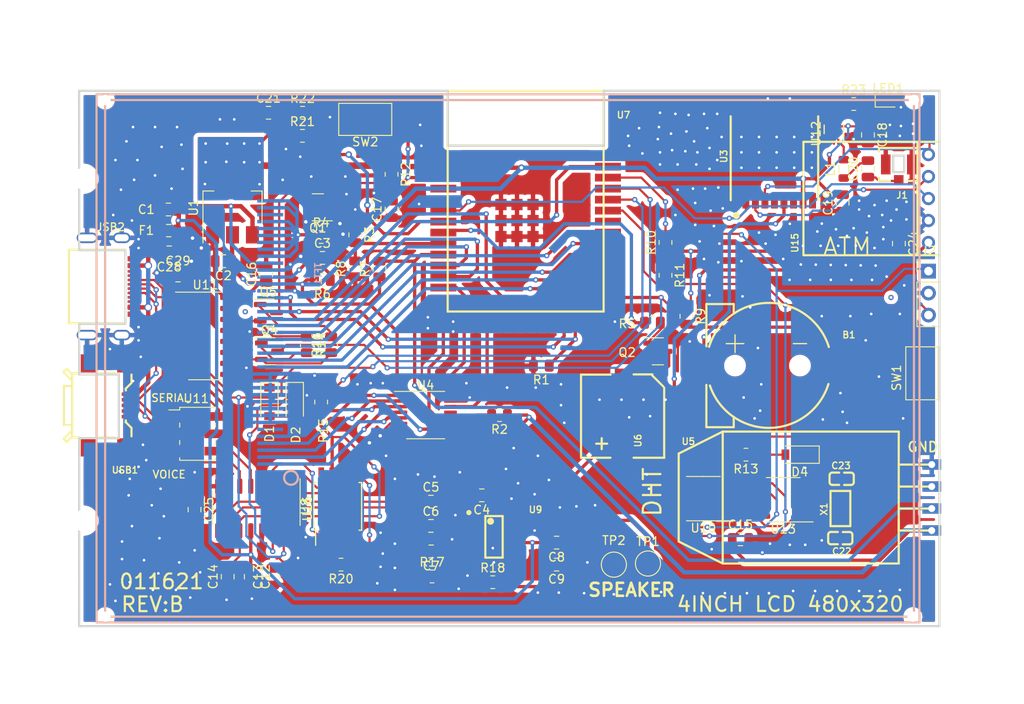
<source format=kicad_pcb>
(kicad_pcb (version 20210623) (generator pcbnew)
  (layers (0 "F.Cu" signal) (31 "B.Cu" signal) (34 "B.Paste" user) (35 "F.Paste" user) (36 "B.SilkS" user "B.Silkscreen") (37 "F.SilkS" user "F.Silkscreen") (38 "B.Mask" user) (39 "F.Mask" user) (44 "Edge.Cuts" user))
  (net 0 "")
  (net 1 "GND")
  (net 2 "/V-BAT")
  (net 3 "/VCC_5V")
  (net 4 "+3V3")
  (net 5 "/DAC_L")
  (net 6 "/DAC_R")
  (net 7 "Net-(C7-Pad2)")
  (net 8 "/EN")
  (net 9 "Net-(C20-Pad1)")
  (net 10 "Net-(C20-Pad2)")
  (net 11 "/ADC1_CH7")
  (net 12 "Net-(C22-Pad1)")
  (net 13 "Net-(C23-Pad1)")
  (net 14 "/CH340_TX")
  (net 15 "/ESP32_RX")
  (net 16 "/VOICE_TX")
  (net 17 "Net-(F1-Pad1)")
  (net 18 "/SCL")
  (net 19 "/SDA")
  (net 20 "Net-(J11-Pad1)")
  (net 21 "Net-(J11-Pad2)")
  (net 22 "Net-(J11-Pad3)")
  (net 23 "Net-(J11-Pad4)")
  (net 24 "/USB_DP")
  (net 25 "/USB_DM")
  (net 26 "Net-(L1-Pad2)")
  (net 27 "Net-(LED1-Pad1)")
  (net 28 "Net-(Q1-Pad1)")
  (net 29 "Net-(Q1-Pad3)")
  (net 30 "Net-(Q2-Pad1)")
  (net 31 "Net-(Q2-Pad3)")
  (net 32 "Net-(Q4-Pad1)")
  (net 33 "/GPIO_0")
  (net 34 "Net-(Q5-Pad1)")
  (net 35 "Net-(Q5-Pad2)")
  (net 36 "/TFT_RD")
  (net 37 "/IRQ")
  (net 38 "/TFT_BL")
  (net 39 "Net-(R4-Pad1)")
  (net 40 "/BEEP")
  (net 41 "/DHT_DATA")
  (net 42 "Net-(R13-Pad2)")
  (net 43 "Net-(R17-Pad2)")
  (net 44 "/VOICE_DO")
  (net 45 "Net-(R20-Pad2)")
  (net 46 "/1PPS")
  (net 47 "/X-")
  (net 48 "/Y-")
  (net 49 "/X+")
  (net 50 "/Y+")
  (net 51 "/TFT_D7")
  (net 52 "/TFT_D6")
  (net 53 "/TFT_D5")
  (net 54 "/TFT_D4")
  (net 55 "/TFT_D3")
  (net 56 "/TFT_D2")
  (net 57 "/TFT_D1")
  (net 58 "/TFT_D0")
  (net 59 "/TFT_WR")
  (net 60 "/TFT_DC")
  (net 61 "/GPS_TX")
  (net 62 "/GPS_RX")
  (net 63 "Net-(U12-Pad6)")
  (net 64 "/TOUCH_MISO")
  (net 65 "/TOUCH_MOSI")
  (net 66 "/TOUCH_SCK")
  (net 67 "/CH340_RX")
  (net 68 "/VOICE_CS")
  (net 69 "/VOICE_SCK")
  (net 70 "Net-(Q4-Pad2)")
  (net 71 "Net-(C5-Pad2)")
  (net 72 "Net-(R18-Pad2)")
  (net 73 "Net-(C3-Pad1)")
  (net 74 "Net-(C4-Pad1)")
  (net 75 "Net-(C25-Pad2)")
  (net 76 "Net-(TP1-Pad1)")
  (footprint "AutoGenerated:MountingHole_2.50mm" (layer "F.Cu") (at 90.797 111.3765)
    (fp_text reference "")
    (fp_text value "")
  )
  (footprint "Resistor_SMD:R_0805_2012Metric" (layer "F.Cu") (at 157.98 83.0395 -90)
    (fp_text reference "R11")
    (fp_text value "4.7k")
  )
  (footprint "Resistor_SMD:R_0805_2012Metric" (layer "F.Cu") (at 116.578 91.0725 -90)
    (fp_text reference "R14")
    (fp_text value "10k")
  )
  (footprint "Resistor_SMD:R_0805_2012Metric" (layer "F.Cu") (at 118.372 83.5635 180)
    (fp_text reference "R6")
    (fp_text value "10k")
  )
  (footprint "Resistor_SMD:R_0805_2012Metric" (layer "F.Cu") (at 118.229 78.6105)
    (fp_text reference "R4")
    (fp_text value "0")
  )
  (footprint "MyLib:MICRO-USB" (layer "F.Cu") (at 92.701999 98.168511)
    (fp_text reference "USB1")
    (fp_text value "MICRO CBJB1.17-4P" hide)
  )
  (footprint "Capacitor_SMD:C_0805_2012Metric" (layer "F.Cu") (at 112.641 117.8535 90)
    (fp_text reference "C13")
    (fp_text value "0.1uF")
  )
  (footprint "Resistor_SMD:R_0805_2012Metric" (layer "F.Cu") (at 119.372 91.0565 90)
    (fp_text reference "R16")
    (fp_text value "10k")
  )
  (footprint "Button_Switch_SMD:SW_SPST_CK_RS282G05A3" (layer "F.Cu") (at 187.570999 94.358511 -90)
    (fp_text reference "SW1")
    (fp_text value "Download")
  )
  (footprint "Capacitor_SMD:C_0805_2012Metric" (layer "F.Cu") (at 136.771 108.4555 180)
    (fp_text reference "C4")
    (fp_text value "1uF")
  )
  (footprint "Capacitor_SMD:C_0805_2012Metric" (layer "F.Cu") (at 100.592 75.4355 180)
    (fp_text reference "C1")
    (fp_text value "10uF")
  )
  (footprint "Resistor_SMD:R_0805_2012Metric" (layer "F.Cu") (at 116.07 66.9265)
    (fp_text reference "R21")
    (fp_text value "4.7k")
  )
  (footprint "Resistor_SMD:R_0805_2012Metric" (layer "F.Cu") (at 118.229 97.6765 90)
    (fp_text reference "R15")
    (fp_text value "1k")
  )
  (footprint "Capacitor_SMD:C_0805_2012Metric" (layer "F.Cu") (at 130.929 114.9325 180)
    (fp_text reference "C7")
    (fp_text value "0.15uF")
  )
  (footprint "TestPoint:TestPoint_Pad_D2.5mm" (layer "F.Cu") (at 155.956 116.332)
    (fp_text reference "TP1")
    (fp_text value "TestPoint" hide)
  )
  (footprint "Connector_PinHeader_2.54mm:PinHeader_1x03_P2.54mm_Vertical" (layer "F.Cu") (at 188.341 82.55)
    (fp_text reference "J2")
    (fp_text value "I2C")
  )
  (footprint "Capacitor_SMD:C_0805_2012Metric" (layer "F.Cu") (at 145.407 116.4565 180)
    (fp_text reference "C9")
    (fp_text value "10uF")
  )
  (footprint "Diode_SMD:D_SOD-123" (layer "F.Cu") (at 112.26 97.6605 -90)
    (fp_text reference "D1")
    (fp_text value "1N4148WT1G")
  )
  (footprint "Resistor_SMD:R_0805_2012Metric" (layer "F.Cu") (at 156.472 88.5165 180)
    (fp_text reference "R5")
    (fp_text value "4.7k")
  )
  (footprint "MyLib:GOOUUU-GPS+BD" (layer "F.Cu") (at 188.333 74.1655 180)
    (fp_text reference "U15")
    (fp_text value "ATM")
  )
  (footprint "MyLib:C0603" (layer "F.Cu") (at 178.316 106.5505)
    (fp_text reference "C23")
    (fp_text value "22pF" hide)
  )
  (footprint "MyLib:BUZ-SMD_2PIN_FST-9650B-5V" (layer "F.Cu") (at 153.027 99.3115)
    (fp_text reference "U6")
    (fp_text value "无源蜂鸣器" hide)
  )
  (footprint "Inductor_SMD:L_0805_2012Metric" (layer "F.Cu") (at 178.554 70.7365 90)
    (fp_text reference "L1")
    (fp_text value "6.8nH")
  )
  (footprint "Fuse:Fuse_0805_2012Metric" (layer "F.Cu") (at 100.627 77.8735)
    (fp_text reference "F1")
    (fp_text value "5V 500mA")
  )
  (footprint "Button_Switch_SMD:SW_SPST_CK_RS282G05A3" (layer "F.Cu") (at 123.317 65.024 180)
    (fp_text reference "SW2")
    (fp_text value "Reset")
  )
  (footprint "MyLib:GPSM-SMD_ATGM336H" (layer "F.Cu") (at 170.555 69.5195 90)
    (fp_text reference "U3")
    (fp_text value "ATGM336H-5N31" hide)
  )
  (footprint "Package_TO_SOT_SMD:SOT-23" (layer "F.Cu") (at 112.133 87.3535)
    (fp_text reference "Q5")
    (fp_text value "S8050")
  )
  (footprint "Capacitor_SMD:C_0805_2012Metric" (layer "F.Cu") (at 110.101 117.8535 -90)
    (fp_text reference "C12")
    (fp_text value "1uF")
  )
  (footprint "Package_SO:SO-16_3.9x9.9mm_P1.27mm" (layer "F.Cu") (at 110.736 109.9795 -90)
    (fp_text reference "U16")
    (fp_text value "BY5301")
  )
  (footprint "MyLib:BAT-SMD_CR1220-2" (layer "F.Cu") (at 169.918 93.4695)
    (fp_text reference "B1")
    (fp_text value "CR1220-2" hide)
  )
  (footprint "MyLib:OSC-SMD_L3.2-W1.5" (layer "F.Cu") (at 178.173 109.9795 -90)
    (fp_text reference "X1")
    (fp_text value "32.768KHz" hide)
  )
  (footprint "Resistor_SMD:R_0805_2012Metric" (layer "F.Cu") (at 120.523 116.459 180)
    (fp_text reference "R20")
    (fp_text value "100")
  )
  (footprint "Capacitor_SMD:C_0805_2012Metric" (layer "F.Cu") (at 130.901 109.1905)
    (fp_text reference "C5")
    (fp_text value "1uF")
  )
  (footprint "Resistor_SMD:R_0805_2012Metric" (layer "F.Cu") (at 131.028 117.8265)
    (fp_text reference "R17")
    (fp_text value "10k")
  )
  (footprint "Resistor_SMD:R_0805_2012Metric" (layer "F.Cu") (at 157.98 79.2455 90)
    (fp_text reference "R10")
    (fp_text value "4.7k")
  )
  (footprint "Capacitor_SMD:C_0805_2012Metric" (layer "F.Cu") (at 181.348 66.8155 -90)
    (fp_text reference "C18")
    (fp_text value "0.1uF")
  )
  (footprint "Resistor_SMD:R_0805_2012Metric" (layer "F.Cu") (at 179.713 63.2435)
    (fp_text reference "R23")
    (fp_text value "1k")
  )
  (footprint "Package_DFN_QFN:DFN-6-1EP_2x2mm_P0.5mm_EP0.61x1.42mm" (layer "F.Cu") (at 177.419 66.675 90)
    (fp_text reference "U12")
    (fp_text value "AT2659")
  )
  (footprint "Capacitor_SMD:C_0805_2012Metric" (layer "F.Cu") (at 166.632 113.5355)
    (fp_text reference "C15")
    (fp_text value "1uF")
  )
  (footprint "Resistor_SMD:R_0805_2012Metric" (layer "F.Cu") (at 122.166 82.2935 90)
    (fp_text reference "R8")
    (fp_text value "4.7k")
  )
  (footprint "Resistor_SMD:R_0805_2012Metric" (layer "F.Cu") (at 122.166 78.3565 -90)
    (fp_text reference "R3")
    (fp_text value "4.7k")
  )
  (footprint "Package_SO:SO-16_3.9x9.9mm_P1.27mm" (layer "F.Cu") (at 104.867 90.0405)
    (fp_text reference "U11")
    (fp_text value "CH340C")
  )
  (footprint "Capacitor_SMD:C_0805_2012Metric" (layer "F.Cu") (at 101.703 83.0555)
    (fp_text reference "C29")
    (fp_text value "0.1uF")
  )
  (footprint "Resistor_SMD:R_0805_2012Metric" (layer "F.Cu") (at 126.357 71.3715 -90)
    (fp_text reference "R12")
    (fp_text value "10k")
  )
  (footprint "Resistor_SMD:R_0805_2012Metric" (layer "F.Cu") (at 124.96 82.3095 90)
    (fp_text reference "R7")
    (fp_text value "4.7k")
  )
  (footprint "MyLib:DHT22_AM2303" (layer "F.Cu") (at 174.744 108.7095 90)
    (fp_text reference "U5")
    (fp_text value "GND")
  )
  (footprint "MyLib:TFT_39PIN_4.0" (layer "F.Cu") (at 111.549 89.6345 -90)
    (fp_text reference "TFT1")
    (fp_text value "TFT_39Pin_4.0" hide)
  )
  (footprint "Capacitor_SMD:C_0805_2012Metric" (layer "F.Cu") (at 126.357 75.4195 90)
    (fp_text reference "C17")
    (fp_text value "1uF")
  )
  (footprint "Package_TO_SOT_SMD:SOT-23" (layer "F.Cu") (at 112.26 91.7985)
    (fp_text reference "Q4")
    (fp_text value "S8050")
  )
  (footprint "Package_SO:TSSOP-16_4.4x5mm_P0.65mm" (layer "F.Cu") (at 130.294 99.1845)
    (fp_text reference "U4")
    (fp_text value "XPT2046")
  )
  (footprint "Resistor_SMD:R_0805_2012Metric" (layer "F.Cu") (at 138.04 118.4885)
    (fp_text reference "R18")
    (fp_text value "33k")
  )
  (footprint "MyLib:IPEX" (layer "F.Cu") (at 184.904 70.2285)
    (fp_text reference "J1")
    (fp_text value "ANT" hide)
    (fp_line (start -0.635 -1.016) (end -0.635 0.889) (layer "Edge.Cuts") (width 0.254))
    (fp_line (start 0.635 -1.016) (end -0.635 -1.016) (layer "Edge.Cuts") (width 0.254))
    (fp_line (start 0.635 0.889) (end 0.635 -1.016) (layer "Edge.Cuts") (width 0.254))
    (fp_line (start -0.635 0.889) (end 0.635 0.889) (layer "Edge.Cuts") (width 0.254))
  )
  (footprint "Package_TO_SOT_SMD:SOT-23" (layer "F.Cu") (at 117.848 75.1815 180)
    (fp_text reference "Q1")
    (fp_text value "S8050")
  )
  (footprint "AutoGenerated:MountingHole_2.50mm" (layer "F.Cu") (at 90.797 71.8795)
    (fp_text reference "")
    (fp_text value "")
  )
  (footprint "Package_TO_SOT_SMD:SOT-23" (layer "F.Cu") (at 157.091 91.8185)
    (fp_text reference "Q2")
    (fp_text value "S8050")
  )
  (footprint "Package_SO:SOIC-8W_5.3x5.3mm_P1.27mm" (layer "F.Cu") (at 120.142 109.728 90)
    (fp_text reference "U8")
    (fp_text value "GD25Q32CSIG")
  )
  (footprint "Resistor_SMD:R_0805_2012Metric" (layer "F.Cu") (at 116.086 64.2595)
    (fp_text reference "R22")
    (fp_text value "4.7k")
  )
  (footprint "Resistor_SMD:R_0805_2012Metric" (layer "F.Cu") (at 167.267 103.7565 180)
    (fp_text reference "R13")
    (fp_text value "10k")
  )
  (footprint "Diode_SMD:D_SOD-123" (layer "F.Cu") (at 173.474 103.7565 180)
    (fp_text reference "D4")
    (fp_text value "1N4148WT1G")
  )
  (footprint "MyLib:C0603" (layer "F.Cu") (at 178.156 113.4085)
    (fp_text reference "C22")
    (fp_text value "22pF" hide)
  )
  (footprint "Capacitor_SMD:C_0805_2012Metric" (layer "F.Cu") (at 118.372 81.0235)
    (fp_text reference "C3")
    (fp_text value "10uF")
  )
  (footprint "MyLib:USB-C-SMD_TYPE-C-31-M-13" (layer "F.Cu") (at 93.844999 84.325511 -90)
    (fp_text reference "USB2")
    (fp_text value "TYPE-C-31-M-13" hide)
  )
  (footprint "Capacitor_SMD:C_0805_2012Metric" (layer "F.Cu") (at 107.435 117.8535 90)
    (fp_text reference "C14")
    (fp_text value "1uF")
  )
  (footprint "TestPoint:TestPoint_Pad_D2.5mm" (layer "F.Cu") (at 152.019 116.459)
    (fp_text reference "TP2")
    (fp_text value "SPEAKER" hide)
  )
  (footprint "Package_SO:SOIC-8_3.9x4.9mm_P1.27mm" (layer "F.Cu") (at 162.352 108.8365 180)
    (fp_text reference "U10")
    (fp_text value "DS3231MZ+")
  )
  (footprint "Capacitor_SMD:C_0805_2012Metric" (layer "F.Cu") (at 100.687 80.3885 180)
    (fp_text reference "C28")
    (fp_text value "1uF")
  )
  (footprint "Resistor_SMD:R_0805_2012Metric" (layer "F.Cu") (at 160.393 87.7705 -90)
    (fp_text reference "R9")
    (fp_text value "4.7k")
  )
  (footprint "Diode_SMD:D_SOD-123" (layer "F.Cu") (at 115.181 97.6605 -90)
    (fp_text reference "D2")
    (fp_text value "1N4148WT1G")
  )
  (footprint "Capacitor_SMD:C_0805_2012Metric" (layer "F.Cu") (at 181.348 70.7365 90)
    (fp_text reference "C20")
    (fp_text value "100pF")
  )
  (footprint "Capacitor_SMD:C_0805_2012Metric" (layer "F.Cu") (at 145.407 113.9165 180)
    (fp_text reference "C8")
    (fp_text value "1uF")
  )
  (footprint "Capacitor_SMD:C_0805_2012Metric" (layer "F.Cu") (at 178.427 74.6735 90)
    (fp_text reference "C19")
    (fp_text value "0.1uF")
  )
  (footprint "Resistor_SMD:R_0805_2012Metric" (layer "F.Cu") (at 143.645 93.4695 180)
    (fp_text reference "R1")
    (fp_text value "4.7k")
  )
  (footprint "Resistor_SMD:R_0805_2012Metric" (layer "F.Cu") (at 138.819 99.1845 180)
    (fp_text reference "R2")
    (fp_text value "4.7k")
  )
  (footprint "Capacitor_SMD:C_0805_2012Metric" (layer "F.Cu") (at 106.942 81.4045 180)
    (fp_text reference "C2")
    (fp_text value "10uF")
  )
  (footprint "MyLib:SOP8150MIL-LJN" (layer "F.Cu") (at 137.759 111.4765 -90)
    (fp_text reference "U9")
    (fp_text value "8002A" hide)
  )
  (footprint "Package_SO:SOIC-8_3.9x4.9mm_P1.27mm" (layer "F.Cu") (at 171.569 108.9635 180)
    (fp_text reference "U13")
    (fp_text value "PCF8563T/5,518")
  )
  (footprint "Capacitor_SMD:C_0805_2012Metric" (layer "F.Cu") (at 130.901 111.9845)
    (fp_text reference "C6")
    (fp_text value "1uF")
  )
  (footprint "Connector_PinHeader_2.00mm:PinHeader_2x03_P2.00mm_Vertical_SMD" (layer "F.Cu") (at 103.96 101.346)
    (fp_text reference "J11")
    (fp_text value "2mm_2x3")
  )
  (footprint "MyLib:ESP32-WROOM-32D" (layer "F.Cu") (at 132.835 61.7205)
    (fp_text reference "U7")
    (fp_text value "32D" hide)
  )
  (footprint "Capacitor_SMD:C_0805_2012Metric" (layer "F.Cu") (at 112.149 64.2595)
    (fp_text reference "C21")
    (fp_text value "100nF")
  )
  (footprint "Capacitor_SMD:C_0805_2012Metric" (layer "F.Cu") (at 184.92 79.3725 -90)
    (fp_text reference "C24")
    (fp_text value "0.1uF")
  )
  (footprint "Capacitor_SMD:C_0805_2012Metric" (layer "F.Cu") (at 103.608 110.1065 -90)
    (fp_text reference "C25")
    (fp_text value "1uF")
  )
  (footprint "Package_TO_SOT_SMD:SOT-223" (layer "F.Cu") (at 107.993 75.2065 90)
    (fp_text reference "U1")
    (fp_text value "UOT")
  )
  (footprint "LED_SMD:LED_0603_1608Metric" (layer "F.Cu") (at 183.673 62.8625)
    (fp_text reference "LED1")
    (fp_text value "led Green")
  )
  (footprint "Capacitor_SMD:C_0805_2012Metric" (layer "F.Cu") (at 111.879 82.9125 90)
    (fp_text reference "C16")
    (fp_text value "0.1uF")
  )
  (gr_line (start 132.842 68.072) (end 150.876 68.072) (layer "Edge.Cuts") (width 0.254))
  (gr_line (start 90.297 80.137) (end 95.631 80.137) (layer "Edge.Cuts") (width 0.254))
  (gr_line (start 90.288999 61.719511) (end 91.694 61.722) (layer "Edge.Cuts") (width 0.254))
  (gr_line (start 90.288999 123.568511) (end 90.297 101.854) (layer "Edge.Cuts") (width 0.254))
  (gr_line (start 94.869 101.854) (end 94.869 94.488) (layer "Edge.Cuts") (width 0.254))
  (gr_line (start 90.297 80.137) (end 90.288999 61.719511) (layer "Edge.Cuts") (width 0.254))
  (gr_line (start 132.842 61.722) (end 132.842 68.072) (layer "Edge.Cuts") (width 0.254))
  (gr_line (start 150.876 68.072) (end 150.876 61.722) (layer "Edge.Cuts") (width 0.254))
  (gr_line (start 150.876 61.722) (end 189.602999 61.719511) (layer "Edge.Cuts") (width 0.254))
  (gr_line (start 189.603 61.7195) (end 189.603 123.5685) (layer "Edge.Cuts") (width 0.254))
  (gr_line (start 90.297 94.488) (end 94.869 94.488) (layer "Edge.Cuts") (width 0.254))
  (gr_line (start 90.297 94.488) (end 90.297 88.646) (layer "Edge.Cuts") (width 0.254))
  (gr_line (start 91.694 61.722) (end 92.202 61.722) (layer "Edge.Cuts") (width 0.254))
  (gr_line (start 189.603 123.5685) (end 90.289 123.5685) (layer "Edge.Cuts") (width 0.254))
  (gr_line (start 90.297 101.854) (end 94.869 101.854) (layer "Edge.Cuts") (width 0.254))
  (gr_line (start 95.631 88.646) (end 90.297 88.646) (layer "Edge.Cuts") (width 0.254))
  (gr_line (start 92.202 61.722) (end 132.842 61.722) (layer "Edge.Cuts") (width 0.254))
  (gr_line (start 95.631 88.646) (end 95.631 80.137) (layer "Edge.Cuts") (width 0.254))
  (gr_text "REV:B" (at 94.996 121.0564) (layer "F.SilkS") (effects (font (size 1.7 1.7) (thickness 0.254)) (justify left)))
  (gr_text "VOICE" (at 98.671 106.0425) (layer "F.SilkS") (effects (font (size 0.889 0.889) (thickness 0.152)) (justify left)))
  (gr_text "SERIAL" (at 98.5266 97.2058) (layer "F.SilkS") (effects (font (size 0.889 0.889) (thickness 0.152)) (justify left)))
  (gr_text "DHT" (at 156.464 111.0996 90) (layer "F.SilkS") (effects (font (size 2.032 2.032) (thickness 0.254)) (justify left)))
  (gr_text "4INCH LCD 480x320" (at 159.131 121.031) (layer "F.SilkS") (effects (font (size 1.7 1.7) (thickness 0.254)) (justify left)))
  (gr_text "011621" (at 94.7674 118.4148) (layer "F.SilkS") (effects (font (size 1.7 1.7) (thickness 0.254)) (justify left)))
  (gr_text "SPEAKER" (at 154.051 119.38) (layer "F.SilkS") (effects (font (size 1.5 1.5) (thickness 0.3))))
  (segment (start 186.677 98.2985) (end 185.412 99.5655) (width 0.254) (layer "F.Cu") (net 1))
  (segment (start 183.403 70.2285) (end 183.403 67.0156) (width 0.254) (layer "F.Cu") (net 1))
  (segment (start 119.4587 81.0235) (end 120.7516 79.7306) (width 0.25) (layer "F.Cu") (net 1))
  (segment (start 112.014 115.57) (end 113.234511 115.57) (width 0.254) (layer "F.Cu") (net 1))
  (segment (start 183.403 67.0156) (end 183.4388 66.9798) (width 0.254) (layer "F.Cu") (net 1))
  (segment (start 186.405 70.2285) (end 186.405 67.9275) (width 0.254) (layer "F.Cu") (net 1))
  (segment (start 119.372 81.0235) (end 121.643 83.2945) (width 0.508) (layer "F.Cu") (net 1))
  (segment (start 138.984 76.5825) (end 139.111 76.7095) (width 0.381) (layer "F.Cu") (net 1))
  (segment (start 119.372 81.0235) (end 119.6111 81.0235) (width 0.25) (layer "F.Cu") (net 1))
  (segment (start 100.703 84.5795) (end 100.449 84.8335) (width 0.254) (layer "F.Cu") (net 1))
  (segment (start 186.405 67.9275) (end 186.659 67.6735) (width 0.254) (layer "F.Cu") (net 1))
  (segment (start 127.294 100.1595) (end 126.186478 100.1595) (width 0.254) (layer "F.Cu") (net 1))
  (segment (start 140.664 74.7325) (end 140.834 74.9025) (width 0.381) (layer "F.Cu") (net 1))
  (segment (start 100.703 83.0555) (end 100.703 84.5795) (width 0.254) (layer "F.Cu") (net 1))
  (segment (start 100.449 88.8975) (end 100.957 89.4055) (width 0.254) (layer "F.Cu") (net 1))
  (segment (start 126.186478 100.1595) (end 125.0442 101.301778) (width 0.254) (layer "F.Cu") (net 1))
  (segment (start 140.581 112.6165) (end 142.773 112.6165) (width 0.254) (layer "F.Cu") (net 1))
  (segment (start 111.371 112.7485) (end 111.371 114.927) (width 0.254) (layer "F.Cu") (net 1))
  (segment (start 134.968 97.5585) (end 135.374 97.1525) (width 0.381) (layer "F.Cu") (net 1))
  (segment (start 133.294 97.5585) (end 134.968 97.5585) (width 0.381) (layer "F.Cu") (net 1))
  (segment (start 140.834 74.9025) (end 140.834 78.5595) (width 0.381) (layer "F.Cu") (net 1))
  (segment (start 121.643 83.2945) (end 122.166 83.2945) (width 0.508) (layer "F.Cu") (net 1))
  (segment (start 100.957 89.4055) (end 101.922 89.4055) (width 0.254) (layer "F.Cu") (net 1))
  (segment (start 184.523 62.8625) (end 184.523 62.9895) (width 0.254) (layer "F.Cu") (net 1))
  (segment (start 142.684 78.5595) (end 142.684 74.7325) (width 0.381) (layer "F.Cu") (net 1))
  (segment (start 142.684 74.7325) (end 142.684 74.7325) (width 0.381) (layer "F.Cu") (net 1))
  (segment (start 187.571 98.2985) (end 186.677 98.2985) (width 0.254) (layer "F.Cu") (net 1))
  (segment (start 113.869511 116.205) (end 115.443 116.205) (width 0.254) (layer "F.Cu") (net 1))
  (segment (start 142.684 78.5595) (end 139.111 78.5595) (width 0.381) (layer "F.Cu") (net 1))
  (segment (start 120.7516 79.7306) (end 120.7516 78.2828) (width 0.25) (layer "F.Cu") (net 1))
  (segment (start 139.111 74.8595) (end 142.684 74.8595) (width 0.381) (layer "F.Cu") (net 1))
  (segment (start 115.562 116.086) (end 115.562 115.6945) (width 0.254) (layer "F.Cu") (net 1))
  (segment (start 111.371 114.927) (end 112.014 115.57) (width 0.254) (layer "F.Cu") (net 1))
  (segment (start 138.984 74.7325) (end 139.111 74.8595) (width 0.381) (layer "F.Cu") (net 1))
  (segment (start 125.0442 101.301778) (end 125.0442 101.5746) (width 0.254) (layer "F.Cu") (net 1))
  (segment (start 100.449 84.8335) (end 100.449 88.8975) (width 0.254) (layer "F.Cu") (net 1))
  (segment (start 138.984 78.5595) (end 138.984 74.7325) (width 0.381) (layer "F.Cu") (net 1))
  (segment (start 119.372 81.0235) (end 119.4587 81.0235) (width 0.25) (layer "F.Cu") (net 1))
  (segment (start 115.443 116.205) (end 115.562 116.086) (width 0.254) (layer "F.Cu") (net 1))
  (segment (start 113.234511 115.57) (end 113.869511 116.205) (width 0.254) (layer "F.Cu") (net 1))
  (segment (start 138.984 74.7325) (end 138.984 74.7325) (width 0.381) (layer "F.Cu") (net 1))
  (segment (start 135.783 111.3465) (end 135.77 108.4555) (width 0.254) (layer "F.Cu") (net 1))
  (segment (start 139.111 78.5595) (end 138.984 78.4325) (width 0.381) (layer "F.Cu") (net 1))
  (segment (start 184.523 62.9895) (end 185.158 63.6245) (width 0.254) (layer "F.Cu") (net 1))
  (segment (start 139.111 76.7095) (end 142.684 76.7095) (width 0.381) (layer "F.Cu") (net 1))
  (segment (start 142.773 112.6165) (end 142.867 112.5195) (width 0.254) (layer "F.Cu") (net 1))
  (via (at 149.852 109.5985) (size 0.61) (drill 0.305) (layers "F.Cu" "B.Cu") (net 1))
  (via (at 163.06 70.7365) (size 0.61) (drill 0.305) (layers "F.Cu" "B.Cu") (net 1))
  (via (at 161.409 74.6735) (size 0.61) (drill 0.305) (layers "F.Cu" "B.Cu") (net 1))
  (via (at 144.518 106.6775) (size 0.61) (drill 0.305) (layers "F.Cu" "B.Cu") (net 1))
  (via (at 169.918 119.7585) (size 0.61) (drill 0.305) (layers "F.Cu" "B.Cu") (net 1))
  (via (at 161.409 77.2135) (size 0.61) (drill 0.305) (layers "F.Cu" "B.Cu") (net 1))
  (via (at 95.242 113.7895) (size 0.61) (drill 0.305) (layers "F.Cu" "B.Cu") (net 1))
  (via (at 153.789 99.4385) (size 0.61) (drill 0.305) (layers "F.Cu" "B.Cu") (net 1))
  (via (at 114.165 68.4505) (size 0.61) (drill 0.305) (layers "F.Cu" "B.Cu") (net 1))
  (via (at 180.51 81.8875) (size 0.61) (drill 0.305) (layers "F.Cu" "B.Cu") (net 1))
  (via (at 161.155 73.0225) (size 0.61) (drill 0.305) (layers "F.Cu" "B.Cu") (net 1))
  (via (at 103.378 78.74) (size 0.8) (drill 0.4) (layers "F.Cu" "B.Cu") (net 1))
  (via (at 166.87 85.4685) (size 0.61) (drill 0.305) (layers "F.Cu" "B.Cu") (net 1))
  (via (at 143.243042 119.694) (size 0.61) (drill 0.305) (layers "F.Cu" "B.Cu") (net 1))
  (via (at 166.997 97.1525) (size 0.61) (drill 0.305) (layers "F.Cu" "B.Cu") (net 1))
  (via (at 181.221 78.1025) (size 0.61) (drill 0.305) (layers "F.Cu" "B.Cu") (net 1))
  (via (at 174.871 67.0535) (size 0.61) (drill 0.305) (layers "F.Cu" "B.Cu") (net 1))
  (via (at 134.993 95.5015) (size 0.61) (drill 0.305) (layers "F.Cu" "B.Cu") (net 1))
  (via (at 177.792 119.5045) (size 0.61) (drill 0.305) (layers "F.Cu" "B.Cu") (net 1))
  (via (at 185.031 87.5005) (size 0.61) (drill 0.305) (layers "F.Cu" "B.Cu") (net 1))
  (via (at 185.158 63.6245) (size 0.61) (drill 0.305) (layers "F.Cu" "B.Cu") (net 1))
  (via (at 122.42 95.6285) (size 0.61) (drill 0.305) (layers "F.Cu" "B.Cu") (net 1))
  (via (at 162.806 66.0375) (size 0.61) (drill 0.305) (layers "F.Cu" "B.Cu") (net 1))
  (via (at 99.687 107.6935) (size 0.61) (drill 0.305) (layers "F.Cu" "B.Cu") (net 1))
  (via (at 108.196 65.0215) (size 0.61) (drill 0.305) (layers "F.Cu" "B.Cu") (net 1))
  (via (at 155.821 106.0425) (size 0.61) (drill 0.305) (layers "F.Cu" "B.Cu") (net 1))
  (via (at 164.076 72.8955) (size 0.61) (drill 0.305) (layers "F.Cu" "B.Cu") (net 1))
  (via (at 122.166 75.4355) (size 0.61) (drill 0.305) (layers "F.Cu" "B.Cu") (net 1))
  (via (at 178.173 96.6445) (size 0.61) (drill 0.305) (layers "F.Cu" "B.Cu") (net 1))
  (via (at 168.775 67.0535) (size 0.61) (drill 0.305) (layers "F.Cu" "B.Cu") (net 1))
  (via (at 96.131 118.4885) (size 0.61) (drill 0.305) (layers "F.Cu" "B.Cu") (net 1))
  (via (at 99.052 65.9105) (size 0.61) (drill 0.305) (layers "F.Cu" "B.Cu") (net 1))
  (via (at 179.697 77.5945) (size 0.61) (drill 0.305) (layers "F.Cu" "B.Cu") (net 1))
  (via (at 176.014 87.7545) (size 0.61) (drill 0.305) (layers "F.Cu" "B.Cu") (net 1))
  (via (at 161.663 68.8315) (size 0.61) (drill 0.305) (layers "F.Cu" "B.Cu") (net 1))
  (via (at 180.332 119.5045) (size 0.61) (drill 0.305) (layers "F.Cu" "B.Cu") (net 1))
  (via (at 157.091 67.3075) (size 0.61) (drill 0.305) (layers "F.Cu" "B.Cu") (net 1))
  (via (at 93.845 118.7425) (size 0.61) (drill 0.305) (layers "F.Cu" "B.Cu") (net 1))
  (via (at 94.988 105.6615) (size 0.61) (drill 0.305) (layers "F.Cu" "B.Cu") (net 1))
  (via (at 179.951 79.6265) (size 0.61) (drill 0.305) (layers "F.Cu" "B.Cu") (net 1))
  (via (at 186.555 65.5295) (size 0.61) (drill 0.305) (layers "F.Cu" "B.Cu") (net 1))
  (via (at 163.314 114.6785) (size 0.61) (drill 0.305) (layers "F.Cu" "B.Cu") (net 1))
  (via (at 168.775 68.8315) (size 0.61) (drill 0.305) (layers "F.Cu" "B.Cu") (net 1))
  (via (at 178.935 100.0735) (size 0.61) (drill 0.305) (layers "F.Cu" "B.Cu") (net 1))
  (via (at 103.624 105.7885) (size 0.61) (drill 0.305) (layers "F.Cu" "B.Cu") (net 1))
  (via (at 99.2632 82.7532) (size 0.8) (drill 0.4) (layers "F.Cu" "B.Cu") (net 1))
  (via (at 182.618 94.7395) (size 0.61) (drill 0.305) (layers "F.Cu" "B.Cu") (net 1))
  (via (at 175.887 79.6265) (size 0.61) (drill 0.305) (layers "F.Cu" "B.Cu") (net 1))
  (via (at 96.004 108.4555) (size 0.61) (drill 0.305) (layers "F.Cu" "B.Cu") (net 1))
  (via (at 168.775 78.1025) (size 0.61) (drill 0.305) (layers "F.Cu" "B.Cu") (net 1))
  (via (at 129.659 65.6565) (size 0.61) (drill 0.305) (layers "F.Cu" "B.Cu") (net 1))
  (via (at 162.298 119.7585) (size 0.61) (drill 0.305) (layers "F.Cu" "B.Cu") (net 1))
  (via (at 180.332 74.4195) (size 0.61) (drill 0.305) (layers "F.Cu" "B.Cu") (net 1))
  (via (at 152.011 119.8855) (size 0.61) (drill 0.305) (layers "F.Cu" "B.Cu") (net 1))
  (via (at 121.023 71.6255) (size 0.61) (drill 0.305) (layers "F.Cu" "B.Cu") (net 1))
  (via (at 185.031 119.3775) (size 0.61) (drill 0.305) (layers "F.Cu" "B.Cu") (net 1))
  (via (at 174.871 70.6095) (size 0.61) (drill 0.305) (layers "F.Cu" "B.Cu") (net 1))
  (via (at 109.593 93.7235) (size 0.61) (drill 0.305) (layers "F.Cu" "B.Cu") (net 1))
  (via (at 129.794 68.072) (size 0.61) (drill 0.305) (layers "F.Cu" "B.Cu") (net 1))
  (via (at 176.141 99.6925) (size 0.61) (drill 0.305) (layers "F.Cu" "B.Cu") (net 1))
  (via (at 159.377 70.2285) (size 0.61) (drill 0.305) (layers "F.Cu" "B.Cu") (net 1))
  (via (at 103.116 120.2665) (size 0.61) (drill 0.305) (layers "F.Cu" "B.Cu") (net 1))
  (via (at 169.537 79.3725) (size 0.61) (drill 0.305) (layers "F.Cu" "B.Cu") (net 1))
  (via (at 125.0442 101.5746) (size 0.8) (drill 0.4) (layers "F.Cu" "B.Cu") (net 1))
  (via (at 186.66 67.6715) (size 0.61) (drill 0.305) (layers "F.Cu" "B.Cu") (net 1))
  (via (at 126.738 114.0435) (size 0.61) (drill 0.305) (layers "F.Cu" "B.Cu") (net 1))
  (via (at 176.014 113.6625) (size 0.61) (drill 0.305) (layers "F.Cu" "B.Cu") (net 1))
  (via (at 172.331 114.1705) (size 0.61) (drill 0.305) (layers "F.Cu" "B.Cu") (net 1))
  (via (at 101.846 116.2025) (size 0.61) (drill 0.305) (layers "F.Cu" "B.Cu") (net 1))
  (via (at 170.045 114.0435) (size 0.61) (drill 0.305) (layers "F.Cu" "B.Cu") (net 1))
  (via (at 158.742 68.5775) (size 0.61) (drill 0.305) (layers "F.Cu" "B.Cu") (net 1))
  (via (at 185.539 84.1985) (size 0.61) (drill 0.305) (layers "F.Cu" "B.Cu") (net 1))
  (via (at 97.147 89.0245) (size 0.61) (drill 0.305) (layers "F.Cu" "B.Cu") (net 1))
  (via (at 181.729 87.5005) (size 0.61) (drill 0.305) (layers "F.Cu" "B.Cu") (net 1))
  (via (at 164.838 119.7585) (size 0.61) (drill 0.305) (layers "F.Cu" "B.Cu") (net 1))
  (via (at 123.944 95.5015) (size 0.61) (drill 0.305) (layers "F.Cu" "B.Cu") (net 1))
  (via (at 161.536 70.2285) (size 0.61) (drill 0.305) (layers "F.Cu" "B.Cu") (net 1))
  (via (at 106.545 65.0215) (size 0.61) (drill 0.305) (layers "F.Cu" "B.Cu") (net 1))
  (via (at 101.592 65.9105) (size 0.61) (drill 0.305) (layers "F.Cu" "B.Cu") (net 1))
  (via (at 134.231 105.7885) (size 0.61) (drill 0.305) (layers "F.Cu" "B.Cu") (net 1))
  (via (at 162.425 81.1505) (size 0.61) (drill 0.305) (layers "F.Cu" "B.Cu") (net 1))
  (via (at 104.394 79.883) (size 0.8) (drill 0.4) (layers "F.Cu" "B.Cu") (net 1))
  (via (at 184.015 76.7055) (size 0.61) (drill 0.305) (layers "F.Cu" "B.Cu") (net 1))
  (via (at 161.917 79.1185) (size 0.61) (drill 0.305) (layers "F.Cu" "B.Cu") (net 1))
  (via (at 185.031 66.9265) (size 0.61) (drill 0.305) (layers "F.Cu" "B.Cu") (net 1))
  (via (at 168.648 91.4375) (size 0.61) (drill 0.305) (layers "F.Cu" "B.Cu") (net 1))
  (via (at 174.109 114.1705) (size 0.61) (drill 0.305) (layers "F.Cu" "B.Cu") (net 1))
  (via (at 159.123 64.3865) (size 0.61) (drill 0.305) (layers "F.Cu" "B.Cu") (net 1))
  (via (at 95.75 67.5615) (size 0.61) (drill 0.305) (layers "F.Cu" "B.Cu") (net 1))
  (via (at 179.443 83.5635) (size 0.61) (drill 0.305) (layers "F.Cu" "B.Cu") (net 1))
  (via (at 99.56 113.4085) (size 0.61) (drill 0.305) (layers "F.Cu" "B.Cu") (net 1))
  (via (at 96.385 112.0115) (size 0.61) (drill 0.305) (layers "F.Cu" "B.Cu") (net 1))
  (via (at 179.316 87.7545) (size 0.61) (drill 0.305) (layers "F.Cu" "B.Cu") (net 1))
  (via (at 125.087 112.7735) (size 0.61) (drill 0.305) (layers "F.Cu" "B.Cu") (net 1))
  (via (at 145.915 98.0415) (size 0.61) (drill 0.305) (layers "F.Cu" "B.Cu") (net 1))
  (via (at 176.022 77.0636) (size 0.61) (drill 0.305) (layers "F.Cu" "B.Cu") (net 1))
  (via (at 155.44 97.4065) (size 0.61) (drill 0.305) (layers "F.Cu" "B.Cu") (net 1))
  (via (at 183.507 74.4195) (size 0.61) (drill 0.305) (layers "F.Cu" "B.Cu") (net 1))
  (via (at 176.649 74.5465) (size 0.61) (drill 0.305) (layers "F.Cu" "B.Cu") (net 1))
  (via (at 150.36 97.4065) (size 0.61) (drill 0.305) (layers "F.Cu" "B.Cu") (net 1))
  (via (at 97.401 92.4535) (size 0.61) (drill 0.305) (layers "F.Cu" "B.Cu") (net 1))
  (via (at 142.867 112.5195) (size 0.61) (drill 0.305) (layers "F.Cu" "B.Cu") (net 1))
  (via (at 182.11 74.9275) (size 0.61) (drill 0.305) (layers "F.Cu" "B.Cu") (net 1))
  (via (at 160.266 68.7045) (size 0.61) (drill 0.305) (layers "F.Cu" "B.Cu") (net 1))
  (via (at 183.507 83.1825) (size 0.61) (drill 0.305) (layers "F.Cu" "B.Cu") (net 1))
  (via (at 104.259 117.3455) (size 0.61) (drill 0.305) (layers "F.Cu" "B.Cu") (net 1))
  (via (at 178.783 81.8615) (size 0.61) (drill 0.305) (layers "F.Cu" "B.Cu") (net 1))
  (via (at 129.532 74.8005) (size 0.61) (drill 0.305) (layers "F.Cu" "B.Cu") (net 1))
  (via (at 157.345 70.2285) (size 0.61) (drill 0.305) (layers "F.Cu" "B.Cu") (net 1))
  (via (at 157.218 65.9105) (size 0.61) (drill 0.305) (layers "F.Cu" "B.Cu") (net 1))
  (via (at 97.02 69.7205) (size 0.61) (drill 0.305) (layers "F.Cu" "B.Cu") (net 1))
  (via (at 97.782 115.9485) (size 0.61) (drill 0.305) (layers "F.Cu" "B.Cu") (net 1))
  (via (at 125.341 95.5015) (size 0.61) (drill 0.305) (layers "F.Cu" "B.Cu") (net 1))
  (via (at 167.759 86.7385) (size 0.61) (drill 0.305) (layers "F.Cu" "B.Cu") (net 1))
  (via (at 142.867 108.3285) (size 0.61) (drill 0.305) (layers "F.Cu" "B.Cu") (net 1))
  (via (at 97.147 90.5485) (size 0.61) (drill 0.305) (layers "F.Cu" "B.Cu") (net 1))
  (via (at 145.661 119.694) (size 0.61) (drill 0.305) (layers "F.Cu" "B.Cu") (net 1))
  (via (at 166.743 70.6095) (size 0.61) (drill 0.305) (layers "F.Cu" "B.Cu") (net 1))
  (via (at 156.202 99.3115) (size 0.61) (drill 0.305) (layers "F.Cu" "B.Cu") (net 1))
  (via (at 185.793 76.5785) (size 0.61) (drill 0.305) (layers "F.Cu" "B.Cu") (net 1))
  (via (at 172.331 62.6085) (size 0.61) (drill 0.305) (layers "F.Cu" "B.Cu") (net 1))
  (via (at 185.158 65.7835) (size 0.61) (drill 0.305) (layers "F.Cu" "B.Cu") (net 1))
  (via (at 175.252 119.5045) (size 0.61) (drill 0.305) (layers "F.Cu" "B.Cu") (net 1))
  (via (at 182.999 76.0705) (size 0.61) (drill 0.305) (layers "F.Cu" "B.Cu") (net 1))
  (via (at 93.845 91.5645) (size 0.61) (drill 0.305) (layers "F.Cu" "B.Cu") (net 1))
  (via (at 178.427 98.8035) (size 0.61) (drill 0.305) (layers "F.Cu" "B.Cu") (net 1))
  (via (at 157.98 97.4065) (size 0.61) (drill 0.305) (layers "F.Cu" "B.Cu") (net 1))
  (via (at 167.378 119.7585) (size 0.61) (drill 0.305) (layers "F.Cu" "B.Cu") (net 1))
  (via (at 146.296 100.0735) (size 0.61) (drill 0.305) (layers "F.Cu" "B.Cu") (net 1))
  (via (at 169.156 115.0595) (size 0.61) (drill 0.305) (layers "F.Cu" "B.Cu") (net 1))
  (via (at 177.919 79.6265) (size 0.61) (drill 0.305) (layers "F.Cu" "B.Cu") (net 1))
  (via (at 124.325 73.5305) (size 0.61) (drill 0.305) (layers "F.Cu" "B.Cu") (net 1))
  (via (at 120.396 77.0636) (size 0.8) (drill 0.4) (layers "F.Cu" "B.Cu") (net 1))
  (via (at 103.624 114.8055) (size 0.61) (drill 0.305) (layers "F.Cu" "B.Cu") (net 1))
  (via (at 160.774 90.6755) (size 0.61) (drill 0.305) (layers "F.Cu" "B.Cu") (net 1))
  (via (at 97.655 102.6135) (size 0.61) (drill 0.305) (layers "F.Cu" "B.Cu") (net 1))
  (via (at 183.126 78.8645) (size 0.61) (drill 0.305) (layers "F.Cu" "B.Cu") (net 1))
  (via (at 109.974 89.5325) (size 0.61) (drill 0.305) (layers "F.Cu" "B.Cu") (net 1))
  (via (at 164.457 67.0535) (size 0.61) (drill 0.305) (layers "F.Cu" "B.Cu") (net 1))
  (via (at 168.902 98.6765) (size 0.61) (drill 0.305) (layers "F.Cu" "B.Cu") (net 1))
  (via (at 156.075 107.6935) (size 0.61) (drill 0.305) (layers "F.Cu" "B.Cu") (net 1))
  (via (at 95.242 115.8215) (size 0.61) (drill 0.305) (layers "F.Cu" "B.Cu") (net 1))
  (via (at 182.237 81.9125) (size 0.61) (drill 0.305) (layers "F.Cu" "B.Cu") (net 1))
  (via (at 184.65 75.4355) (size 0.61) (drill 0.305) (layers "F.Cu" "B.Cu") (net 1))
  (via (at 181.475 76.1975) (size 0.61) (drill 0.305) (layers "F.Cu" "B.Cu") (net 1))
  (via (at 117.467 94.6125) (size 0.61) (drill 0.305) (layers "F.Cu" "B.Cu") (net 1))
  (via (at 139.565 105.4075) (size 0.61) (drill 0.305) (layers "F.Cu" "B.Cu") (net 1))
  (via (at 107.307 120.5205) (size 0.61) (drill 0.305) (layers "F.Cu" "B.Cu") (net 1))
  (via (at 109.72 98.1685) (size 0.61) (drill 0.305) (layers "F.Cu" "B.Cu") (net 1))
  (via (at 170.807 67.0535) (size 0.61) (drill 0.305) (layers "F.Cu" "B.Cu") (net 1))
  (via (at 121.15 73.6575) (size 0.61) (drill 0.305) (layers "F.Cu" "B.Cu") (net 1))
  (via (at 130.548 89.1515) (size 0.61) (drill 0.305) (layers "F.Cu" "B.Cu") (net 1))
  (via (at 119.245 64.7675) (size 0.61) (drill 0.305) (layers "F.Cu" "B.Cu") (net 1))
  (via (at 110.228 120.3935) (size 0.61) (drill 0.305) (layers "F.Cu" "B.Cu") (net 1))
  (via (at 164.584 75.3085) (size 0.61) (drill 0.305) (layers "F.Cu" "B.Cu") (net 1))
  (via (at 152.138 88.3895) (size 0.61) (drill 0.305) (layers "F.Cu" "B.Cu") (net 1))
  (via (at 140.962 107.0585) (size 0.61) (drill 0.305) (layers "F.Cu" "B.Cu") (net 1))
  (via (at 126.738 106.5505) (size 0.61) (drill 0.305) (layers "F.Cu" "B.Cu") (net 1))
  (via (at 114.673 81.7855) (size 0.61) (drill 0.305) (layers "F.Cu" "B.Cu") (net 1))
  (via (at 123.7996 102.3874) (size 0.8) (drill 0.4) (layers "F.Cu" "B.Cu") (net 1))
  (via (at 164.203 79.3725) (size 0.61) (drill 0.305) (layers "F.Cu" "B.Cu") (net 1))
  (via (at 172.839 68.8315) (size 0.61) (drill 0.305) (layers "F.Cu" "B.Cu") (net 1))
  (via (at 173.855 79.6265) (size 0.61) (drill 0.305) (layers "F.Cu" "B.Cu") (net 1))
  (via (at 157.345 64.2595) (size 0.61) (drill 0.305) (layers "F.Cu" "B.Cu") (net 1))
  (via (at 98.798 119.3775) (size 0.61) (drill 0.305) (layers "F.Cu" "B.Cu") (net 1))
  (via (at 99.052 71.4985) (size 0.61) (drill 0.305) (layers "F.Cu" "B.Cu") (net 1))
  (via (at 159.123 76.0705) (size 0.61) (drill 0.305) (layers "F.Cu" "B.Cu") (net 1))
  (via (at 100.068 110.8685) (size 0.61) (drill 0.305) (layers "F.Cu" "B.Cu") (net 1))
  (via (at 163.06 68.3235) (size 0.61) (drill 0.305) (layers "F.Cu" "B.Cu") (net 1))
  (via (at 171.569 81.1505) (size 0.61) (drill 0.305) (layers "F.Cu" "B.Cu") (net 1))
  (via (at 169.791 62.6085) (size 0.61) (drill 0.305) (layers "F.Cu" "B.Cu") (net 1))
  (via (at 126.738 119.3775) (size 0.61) (drill 0.305) (layers "F.Cu" "B.Cu") (net 1))
  (via (at 182.11 79.8805) (size 0.61) (drill 0.305) (layers "F.Cu" "B.Cu") (net 1))
  (via (at 115.562 115.6945) (size 0.61) (drill 0.305) (layers "F.Cu" "B.Cu") (net 1))
  (via (at 125.341 115.1865) (size 0.61) (drill 0.305) (layers "F.Cu" "B.Cu") (net 1))
  (via (at 94.48 69.7205) (size 0.61) (drill 0.305) (layers "F.Cu" "B.Cu") (net 1))
  (via (at 183.888 65.6565) (size 0.61) (drill 0.305) (layers "F.Cu" "B.Cu") (net 1))
  (via (at 99.433 117.4725) (size 0.61) (drill 0.305) (layers "F.Cu" "B.Cu") (net 1))
  (via (at 162.425 64.3865) (size 0.61) (drill 0.305) (layers "F.Cu" "B.Cu") (net 1))
  (via (at 161.282 67.5615) (size 0.61) (drill 0.305) (layers "F.Cu" "B.Cu") (net 1))
  (via (at 158.615 66.6725) (size 0.61) (drill 0.305) (layers "F.Cu" "B.Cu") (net 1))
  (via (at 103.251 81.407) (size 0.8) (drill 0.4) (layers "F.Cu" "B.Cu") (net 1))
  (via (at 115.8748 80.8482) (size 0.8) (drill 0.4) (layers "F.Cu" "B.Cu") (net 1))
  (via (at 180.332 75.4355) (size 0.61) (drill 0.305) (layers "F.Cu" "B.Cu") (net 1))
  (via (at 135.12 117.7265) (size 0.61) (drill 0.305) (layers "F.Cu" "B.Cu") (net 1))
  (via (at 153.789 68.0695) (size 0.61) (drill 0.305) (layers "F.Cu" "B.Cu") (net 1))
  (via (at 94.48 120.6475) (size 0.61) (drill 0.305) (layers "F.Cu" "B.Cu") (net 1))
  (via (at 175.506 77.9755) (size 0.61) (drill 0.305) (layers "F.Cu" "B.Cu") (net 1))
  (via (at 159.377 73.1495) (size 0.61) (drill 0.305) (layers "F.Cu" "B.Cu") (net 1))
  (via (at 125.087 116.7105) (size 0.61) (drill 0.305) (layers "F.Cu" "B.Cu") (net 1))
  (via (at 102.1 67.9425) (size 0.61) (drill 0.305) (layers "F.Cu" "B.Cu") (net 1))
  (via (at 148.963 116.2025) (size 0.61) (drill 0.305) (layers "F.Cu" "B.Cu") (net 1))
  (via (at 115.816 69.3395) (size 0.61) (drill 0.305) (layers "F.Cu" "B.Cu") (net 1))
  (via (at 95.115 73.1495) (size 0.61) (drill 0.305) (layers "F.Cu" "B.Cu") (net 1))
  (via (at 97.147 105.1535) (size 0.61) (drill 0.305) (layers "F.Cu" "B.Cu") (net 1))
  (via (at 117.086 71.6255) (size 0.61) (drill 0.305) (layers "F.Cu" "B.Cu") (net 1))
  (via (at 168.775 70.6095) (size 0.61) (drill 0.305) (layers "F.Cu" "B.Cu") (net 1))
  (via (at 145.788 109.8525) (size 0.61) (drill 0.305) (layers "F.Cu" "B.Cu") (net 1))
  (via (at 94.226 76.0705) (size 0.61) (drill 0.305) (layers "F.Cu" "B.Cu") (net 1))
  (via (at 172.839 67.0535) (size 0.61) (drill 0.305) (layers "F.Cu" "B.Cu") (net 1))
  (via (at 182.745 119.5045) (size 0.61) (drill 0.305) (layers "F.Cu" "B.Cu") (net 1))
  (via (at 133.723 110.7415) (size 0.61) (drill 0.305) (layers "F.Cu" "B.Cu") (net 1))
  (via (at 102.227 70.7365) (size 0.61) (drill 0.305) (layers "F.Cu" "B.Cu") (net 1))
  (via (at 177.055 81.8365) (size 0.61) (drill 0.305) (layers "F.Cu" "B.Cu") (net 1))
  (via (at 138.168 116.2025) (size 0.61) (drill 0.305) (layers "F.Cu" "B.Cu") (net 1))
  (via (at 135.374 97.1525) (size 0.61) (drill 0.305) (layers "F.Cu" "B.Cu") (net 1))
  (via (at 126.738 116.8375) (size 0.61) (drill 0.305) (layers "F.Cu" "B.Cu") (net 1))
  (via (at 173.601 81.7855) (size 0.61) (drill 0.305) (layers "F.Cu" "B.Cu") (net 1))
  (via (at 163.949 69.7205) (size 0.61) (drill 0.305) (layers "F.Cu" "B.Cu") (net 1))
  (via (at 174.871 68.8315) (size 0.61) (drill 0.305) (layers "F.Cu" "B.Cu") (net 1))
  (via (at 116.451 113.2815) (size 0.61) (drill 0.305) (layers "F.Cu" "B.Cu") (net 1))
  (via (at 181.094 90.5485) (size 0.61) (drill 0.305) (layers "F.Cu" "B.Cu") (net 1))
  (via (at 172.331 77.0865) (size 0.61) (drill 0.305) (layers "F.Cu" "B.Cu") (net 1))
  (via (at 169.029 95.6285) (size 0.61) (drill 0.305) (layers "F.Cu" "B.Cu") (net 1))
  (via (at 163.187 75.5625) (size 0.61) (drill 0.305) (layers "F.Cu" "B.Cu") (net 1))
  (via (at 138.041 114.5515) (size 0.61) (drill 0.305) (layers "F.Cu" "B.Cu") (net 1))
  (via (at 162.552 73.0225) (size 0.61) (drill 0.305) (layers "F.Cu" "B.Cu") (net 1))
  (via (at 96.385 76.7055) (size 0.61) (drill 0.305) (layers "F.Cu" "B.Cu") (net 1))
  (via (at 133.469 88.3895) (size 0.61) (drill 0.305) (layers "F.Cu" "B.Cu") (net 1))
  (via (at 116.578 96.8985) (size 0.61) (drill 0.305) (layers "F.Cu" "B.Cu") (net 1))
  (via (at 120.7516 78.2828) (size 0.8) (drill 0.4) (layers "F.Cu" "B.Cu") (net 1))
  (via (at 185.793 74.5465) (size 0.61) (drill 0.305) (layers "F.Cu" "B.Cu") (net 1))
  (via (at 179.697 67.3075) (size 0.61) (drill 0.305) (layers "F.Cu" "B.Cu") (net 1))
  (via (at 145.915 95.6285) (size 0.61) (drill 0.305) (layers "F.Cu" "B.Cu") (net 1))
  (via (at 174.109 105.2805) (size 0.61) (drill 0.305) (layers "F.Cu" "B.Cu") (net 1))
  (via (at 100.957 73.0225) (size 0.61) (drill 0.305) (layers "F.Cu" "B.Cu") (net 1))
  (via (at 172.299 83.5635) (size 0.61) (drill 0.305) (layers "F.Cu" "B.Cu") (net 1))
  (via (at 168.267 99.5655) (size 0.61) (drill 0.305) (layers "F.Cu" "B.Cu") (net 1))
  (via (at 177.062 83.5635) (size 0.61) (drill 0.305) (layers "F.Cu" "B.Cu") (net 1))
  (via (at 185.412 99.5655) (size 0.61) (drill 0.305) (layers "F.Cu" "B.Cu") (net 1))
  (via (at 163.949 64.3865) (size 0.61) (drill 0.305) (layers "F.Cu" "B.Cu") (net 1))
  (via (at 130.548 87.8815) (size 0.61) (drill 0.305) (layers "F.Cu" "B.Cu") (net 1))
  (via (at 147.693 109.7255) (size 0.61) (drill 0.305) (layers "F.Cu" "B.Cu") (net 1))
  (via (at 125.722 103.8835) (size 0.61) (drill 0.305) (layers "F.Cu" "B.Cu") (net 1))
  (via (at 166.743 81.4045) (size 0.61) (drill 0.305) (layers "F.Cu" "B.Cu") (net 1))
  (via (at 140.454 102.9945) (size 0.61) (drill 0.305) (layers "F.Cu" "B.Cu") (net 1))
  (via (at 166.743 68.8315) (size 0.61) (drill 0.305) (layers "F.Cu" "B.Cu") (net 1))
  (via (at 163.06 85.3415) (size 0.61) (drill 0.305) (layers "F.Cu" "B.Cu") (net 1))
  (via (at 183.126 77.4675) (size 0.61) (drill 0.305) (layers "F.Cu" "B.Cu") (net 1))
  (via (at 143.248 103.8835) (size 0.61) (drill 0.305) (layers "F.Cu" "B.Cu") (net 1))
  (via (at 175.328 81.8105) (size 0.61) (drill 0.305) (layers "F.Cu" "B.Cu") (net 1))
  (via (at 148.582 119.7585) (size 0.61) (drill 0.305) (layers "F.Cu" "B.Cu") (net 1))
  (via (at 170.68 78.3565) (size 0.61) (drill 0.305) (layers "F.Cu" "B.Cu") (net 1))
  (via (at 96.639 72.0065) (size 0.61) (drill 0.305) (layers "F.Cu" "B.Cu") (net 1))
  (via (at 115.181 84.8335) (size 0.61) (drill 0.305) (layers "F.Cu" "B.Cu") (net 1))
  (via (at 96.131 106.5505) (size 0.61) (drill 0.305) (layers "F.Cu" "B.Cu") (net 1))
  (via (at 177.665 77.7215) (size 0.61) (drill 0.305) (layers "F.Cu" "B.Cu") (net 1))
  (via (at 113.784 72.0065) (size 0.61) (drill 0.305) (layers "F.Cu" "B.Cu") (net 1))
  (via (at 155.313 68.9585) (size 0.61) (drill 0.305) (layers "F.Cu" "B.Cu") (net 1))
  (via (at 163.568 77.3405) (size 0.61) (drill 0.305) (layers "F.Cu" "B.Cu") (net 1))
  (via (at 131.31 106.2965) (size 0.61) (drill 0.305) (layers "F.Cu" "B.Cu") (net 1))
  (via (at 170.807 68.8315) (size 0.61) (drill 0.305) (layers "F.Cu" "B.Cu") (net 1))
  (via (at 181.824 83.5635) (size 0.61) (drill 0.305) (layers "F.Cu" "B.Cu") (net 1))
  (via (at 164.076 81.5315) (size 0.61) (drill 0.305) (layers "F.Cu" "B.Cu") (net 1))
  (via (at 97.147 79.8805) (size 0.61) (drill 0.305) (layers "F.Cu" "B.Cu") (net 1))
  (via (at 160.647 64.5135) (size 0.61) (drill 0.305) (layers "F.Cu" "B.Cu") (net 1))
  (via (at 99.814 68.1965) (size 0.61) (drill 0.305) (layers "F.Cu" "B.Cu") (net 1))
  (via (at 166.743 67.0535) (size 0.61) (drill 0.305) (layers "F.Cu" "B.Cu") (net 1))
  (via (at 174.68 83.5635) (size 0.61) (drill 0.305) (layers "F.Cu" "B.Cu") (net 1))
  (via (at 140.2 108.8365) (size 0.61) (drill 0.305) (layers "F.Cu" "B.Cu") (net 1))
  (via (at 172.839 70.6095) (size 0.61) (drill 0.305) (layers "F.Cu" "B.Cu") (net 1))
  (via (at 186.555 66.6725) (size 0.61) (drill 0.305) (layers "F.Cu" "B.Cu") (net 1))
  (via (at 96.512 65.9105) (size 0.61) (drill 0.305) (layers "F.Cu" "B.Cu") (net 1))
  (via (at 170.807 70.6095) (size 0.61) (drill 0.305) (layers "F.Cu" "B.Cu") (net 1))
  (via (at 142.994 96.0095) (size 0.61) (drill 0.305) (layers "F.Cu" "B.Cu") (net 1))
  (via (at 101.465 119.3775) (size 0.61) (drill 0.305) (layers "F.Cu" "B.Cu") (net 1))
  (via (at 116.459 76.8604) (size 0.8) (drill 0.4) (layers "F.Cu" "B.Cu") (net 1))
  (via (at 98.036 104.3915) (size 0.61) (drill 0.305) (layers "F.Cu" "B.Cu") (net 1))
  (via (at 183.4388 66.9798) (size 0.61) (drill 0.305) (layers "F.Cu" "B.Cu") (net 1))
  (via (at 160.393 66.4185) (size 0.61) (drill 0.305) (layers "F.Cu" "B.Cu") (net 1))
  (via (at 133.342 113.5355) (size 0.61) (drill 0.305) (layers "F.Cu" "B.Cu") (net 1))
  (via (at 139.692 96.0095) (size 0.61) (drill 0.305) (layers "F.Cu" "B.Cu") (net 1))
  (via (at 178.935 78.4835) (size 0.61) (drill 0.305) (layers "F.Cu" "B.Cu") (net 1))
  (via (at 154.932 66.0375) (size 0.61) (drill 0.305) (layers "F.Cu" "B.Cu") (net 1))
  (via (at 96.512 95.2475) (size 0.61) (drill 0.305) (layers "F.Cu" "B.Cu") (net 1))
  (via (at 129.405 106.0425) (size 0.61) (drill 0.305) (layers "F.Cu" "B.Cu") (net 1))
  (via (at 98.671 109.5985) (size 0.61) (drill 0.305) (layers "F.Cu" "B.Cu") (net 1))
  (via (at 152.9 97.4065) (size 0.61) (drill 0.305) (layers "F.Cu" "B.Cu") (net 1))
  (via (at 97.147 78.8645) (size 0.61) (drill 0.305) (layers "F.Cu" "B.Cu") (net 1))
  (via (at 124.706 118.6155) (size 0.61) (drill 0.305) (layers "F.Cu" "B.Cu") (net 1))
  (via (at 153.662 66.9265) (size 0.61) (drill 0.305) (layers "F.Cu" "B.Cu") (net 1))
  (via (at 133.469 89.5325) (size 0.61) (drill 0.305) (layers "F.Cu" "B.Cu") (net 1))
  (via (at 157.345 68.8315) (size 0.61) (drill 0.305) (layers "F.Cu" "B.Cu") (net 1))
  (via (at 157.472 119.6315) (size 0.61) (drill 0.305) (layers "F.Cu" "B.Cu") (net 1))
  (via (at 172.712 119.5045) (size 0.61) (drill 0.305) (layers "F.Cu" "B.Cu") (net 1))
  (via (at 134.104 119.2505) (size 0.61) (drill 0.305) (layers "F.Cu" "B.Cu") (net 1))
  (segment (start 112.349 94.4345) (end 112.425 94.3585) (width 0.381) (layer "B.Cu") (net 1))
  (segment (start 114.025 82.4335) (end 114.673 81.7855) (width 0.381) (layer "B.Cu") (net 1))
  (segment (start 110.304 94.4345) (end 109.593 93.7235) (width 0.381) (layer "B.Cu") (net 1))
  (segment (start 113.085 96.8985) (end 116.578 96.8985) (width 0.381) (layer "B.Cu") (net 1))
  (segment (start 112.349 94.4345) (end 112.349 100.0345) (width 0.381) (layer "B.Cu") (net 1))
  (segment (start 116.578 100.4545) (end 116.578 96.8985) (width 0.381) (layer "B.Cu") (net 1))
  (segment (start 112.349 94.4345) (end 110.304 94.4345) (width 0.381) (layer "B.Cu") (net 1))
  (segment (start 112.349 82.4335) (end 114.025 82.4335) (width 0.381) (layer "B.Cu") (net 1))
  (segment (start 112.349 84.8335) (end 115.181 84.8335) (width 0.381) (layer "B.Cu") (net 1))
  (segment (start 185.158 63.6245) (end 185.158 65.7835) (width 0.254) (layer "B.Cu") (net 1))
  (segment (start 112.349 101.6335) (end 115.399 101.6335) (width 0.381) (layer "B.Cu") (net 1))
  (segment (start 112.349 97.6345) (end 113.085 96.8985) (width 0.381) (layer "B.Cu") (net 1))
  (segment (start 115.689 94.3585) (end 116.578 95.2475) (width 0.381) (layer "B.Cu") (net 1))
  (segment (start 116.578 95.2475) (end 116.578 96.8985) (width 0.381) (layer "B.Cu") (net 1))
  (segment (start 112.425 94.3585) (end 115.689 94.3585) (width 0.381) (layer "B.Cu") (net 1))
  (segment (start 115.399 101.6335) (end 116.578 100.4545) (width 0.381) (layer "B.Cu") (net 1))
  (segment (start 112.349 84.8335) (end 112.349 84.8335) (width 0.381) (layer "B.Cu") (net 1))
  (segment (start 170.68 77.0865) (end 171.655 76.1115) (width 0.381) (layer "F.Cu") (net 2))
  (segment (start 162.298 93.4695) (end 162.298 98.1685) (width 0.254) (layer "F.Cu") (net 2))
  (segment (start 165.999 101.6635) (end 174.302 101.6635) (width 0.254) (layer "F.Cu") (net 2))
  (segment (start 157.98 107.3125) (end 158.869 108.2015) (width 0.254) (layer "F.Cu") (net 2))
  (segment (start 162.298 98.1685) (end 157.98 102.4865) (width 0.254) (layer "F.Cu") (net 2))
  (segment (start 174.302 101.6635) (end 175.173 102.5345) (width 0.254) (layer "F.Cu") (net 2))
  (segment (start 168.828 111.3025) (end 168.828 110.8685) (width 0.254) (layer "F.Cu") (net 2))
  (segment (start 171.823 112.0115) (end 169.537 112.0115) (width 0.254) (layer "F.Cu") (net 2))
  (segment (start 175.173 103.7565) (end 174.49 103.7565) (width 0.254) (layer "F.Cu") (net 2))
  (segment (start 171.655 76.1115) (end 171.655 74.4195) (width 0.381) (layer "F.Cu") (net 2))
  (segment (start 157.98 102.4865) (end 157.98 107.3125) (width 0.254) (layer "F.Cu") (net 2))
  (segment (start 172.712 105.5345) (end 172.712 111.1225) (width 0.254) (layer "F.Cu") (net 2))
  (segment (start 172.712 111.1225) (end 171.823 112.0115) (width 0.254) (layer "F.Cu") (net 2))
  (segment (start 162.298 93.4695) (end 162.425 93.3425) (width 0.381) (layer "F.Cu") (net 2))
  (segment (start 174.49 103.7565) (end 172.712 105.5345) (width 0.254) (layer "F.Cu") (net 2))
  (segment (start 175.173 102.5345) (end 175.173 103.7565) (width 0.254) (layer "F.Cu") (net 2))
  (segment (start 162.298 97.9625) (end 165.999 101.6635) (width 0.254) (layer "F.Cu") (net 2))
  (segment (start 169.537 112.0115) (end 168.828 111.3025) (width 0.254) (layer "F.Cu") (net 2))
  (segment (start 162.425 93.3425) (end 162.425 90.1675) (width 0.381) (layer "F.Cu") (net 2))
  (via (at 162.425 90.1675) (size 0.61) (drill 0.305) (layers "F.Cu" "B.Cu") (net 2))
  (via (at 170.68 77.0865) (size 0.61) (drill 0.305) (layers "F.Cu" "B.Cu") (net 2))
  (segment (start 165.346 87.2465) (end 165.346 78.2295) (width 0.381) (layer "B.Cu") (net 2))
  (segment (start 162.425 90.1675) (end 165.346 87.2465) (width 0.381) (layer "B.Cu") (net 2))
  (segment (start 166.489 77.0865) (end 170.68 77.0865) (width 0.381) (layer "B.Cu") (net 2))
  (segment (start 165.346 78.2295) (end 166.489 77.0865) (width 0.381) (layer "B.Cu") (net 2))
  (segment (start 138.549 113.1545) (end 138.549 111.1225) (width 0.381) (layer "F.Cu") (net 3))
  (segment (start 140.582 113.8845) (end 140.614 113.9165) (width 0.381) (layer "F.Cu") (net 3))
  (segment (start 110.101 115.3225) (end 110.101 115.3135) (width 0.381) (layer "F.Cu") (net 3))
  (segment (start 162.552 82.4205) (end 171.569 82.4205) (width 0.381) (layer "F.Cu") (net 3))
  (segment (start 161.917 83.0555) (end 162.552 82.4205) (width 0.381) (layer "F.Cu") (net 3))
  (segment (start 101.643 77.8735) (end 101.686 77.9175) (width 0.508) (layer "F.Cu") (net 3))
  (segment (start 173.093 80.8965) (end 184.396 80.8965) (width 0.381) (layer "F.Cu") (net 3))
  (segment (start 101.643 77.8735) (end 101.719 77.7975) (width 0.508) (layer "F.Cu") (net 3))
  (segment (start 110.101 116.8525) (end 112.641 116.8525) (width 0.254) (layer "F.Cu") (net 3))
  (segment (start 139.311 110.3605) (end 143.248 110.3605) (width 0.381) (layer "F.Cu") (net 3))
  (segment (start 140.614 113.9165) (end 144.407 113.9165) (width 0.381) (layer "F.Cu") (net 3))
  (segment (start 101.795 76.6295) (end 101.795 75.0545) (width 0.508) (layer "F.Cu") (net 3))
  (segment (start 101.795 75.0545) (end 108.958 75.0545) (width 0.508) (layer "F.Cu") (net 3))
  (segment (start 138.549 111.1225) (end 139.311 110.3605) (width 0.381) (layer "F.Cu") (net 3))
  (segment (start 154.877 103.8115) (end 158.996 99.6925) (width 0.381) (layer "F.Cu") (net 3))
  (segment (start 109.974 116.7255) (end 110.101 116.5985) (width 0.381) (layer "F.Cu") (net 3))
  (segment (start 110.304 76.4005) (end 110.304 78.1785) (width 0.508) (layer "F.Cu") (net 3))
  (segment (start 158.996 99.6925) (end 158.996 94.9935) (width 0.381) (layer "F.Cu") (net 3))
  (segment (start 110.101 116.5985) (end 110.101 112.7485) (width 0.381) (layer "F.Cu") (net 3))
  (segment (start 101.719 77.7975) (end 101.719 76.7055) (width 0.508) (layer "F.Cu") (net 3))
  (segment (start 171.569 82.4205) (end 173.093 80.8965) (width 0.381) (layer "F.Cu") (net 3))
  (segment (start 184.396 80.8965) (end 184.919 80.3735) (width 0.381) (layer "F.Cu") (net 3))
  (segment (start 108.958 75.0545) (end 110.304 76.4005) (width 0.508) (layer "F.Cu") (net 3))
  (segment (start 187.205 80.3735) (end 188.333 79.2455) (width 0.381) (layer "F.Cu") (net 3))
  (segment (start 184.919 80.3735) (end 187.205 80.3735) (width 0.381) (layer "F.Cu") (net 3))
  (segment (start 153.027 103.8115) (end 154.877 103.8115) (width 0.381) (layer "F.Cu") (net 3))
  (segment (start 139.281 113.8865) (end 138.549 113.1545) (width 0.381) (layer "F.Cu") (net 3))
  (segment (start 149.796 103.8125) (end 153.027 103.8125) (width 0.381) (layer "F.Cu") (net 3))
  (segment (start 101.719 76.7055) (end 101.795 76.6295) (width 0.508) (layer "F.Cu") (net 3))
  (segment (start 143.248 110.3605) (end 149.796 103.8125) (width 0.381) (layer "F.Cu") (net 3))
  (segment (start 144.407 113.9165) (end 144.407 113.9165) (width 0.381) (layer "F.Cu") (net 3))
  (segment (start 144.407 113.9165) (end 144.407 116.4565) (width 0.381) (layer "F.Cu") (net 3))
  (segment (start 140.581 113.8865) (end 139.281 113.8865) (width 0.381) (layer "F.Cu") (net 3))
  (via (at 110.101 115.3135) (size 0.61) (drill 0.305) (layers "F.Cu" "B.Cu") (net 3))
  (via (at 158.996 94.9935) (size 0.61) (drill 0.305) (layers "F.Cu" "B.Cu") (net 3))
  (via (at 161.917 83.0555) (size 0.61) (drill 0.305) (layers "F.Cu" "B.Cu") (net 3))
  (via (at 101.719 76.7055) (size 0.61) (drill 0.305) (layers "F.Cu" "B.Cu") (net 3))
  (via (at 142.613 113.9165) (size 0.61) (drill 0.305) (layers "F.Cu" "B.Cu") (net 3))
  (via (at 107.815 75.0545) (size 0.61) (drill 0.305) (layers "F.Cu" "B.Cu") (net 3))
  (segment (start 140.581 120.3935) (end 142.613 118.3615) (width 0.381) (layer "B.Cu") (net 3))
  (segment (start 115.181 120.3935) (end 140.581 120.3935) (width 0.381) (layer "B.Cu") (net 3))
  (segment (start 161.917 87.5005) (end 161.917 83.0555) (width 0.381) (layer "B.Cu") (net 3))
  (segment (start 106.799 115.3135) (end 110.101 115.3135) (width 0.381) (layer "B.Cu") (net 3))
  (segment (start 142.613 118.3615) (end 142.613 113.9165) (width 0.381) (layer "B.Cu") (net 3))
  (segment (start 112.349 81.6345) (end 110.077 81.6345) (width 0.381) (layer "B.Cu") (net 3))
  (segment (start 101.719 76.7055) (end 103.497 76.7055) (width 0.381) (layer "B.Cu") (net 3))
  (segment (start 103.497 76.7055) (end 106.164 79.3725) (width 0.381) (layer "B.Cu") (net 3))
  (segment (start 110.077 81.6345) (end 107.815 79.3725) (width 0.381) (layer "B.Cu") (net 3))
  (segment (start 158.996 94.9935) (end 158.996 90.4215) (width 0.381) (layer "B.Cu") (net 3))
  (segment (start 158.996 90.4215) (end 161.917 87.5005) (width 0.381) (layer "B.Cu") (net 3))
  (segment (start 107.815 79.3725) (end 107.815 75.0545) (width 0.381) (layer "B.Cu") (net 3))
  (segment (start 106.164 101.0895) (end 105.402 101.8515) (width 0.381) (layer "B.Cu") (net 3))
  (segment (start 105.402 101.8515) (end 105.402 113.9165) (width 0.381) (layer "B.Cu") (net 3))
  (segment (start 106.164 79.3725) (end 106.164 101.0895) (width 0.381) (layer "B.Cu") (net 3))
  (segment (start 110.101 115.3135) (end 115.181 120.3935) (width 0.381) (layer "B.Cu") (net 3))
  (segment (start 105.402 113.9165) (end 106.799 115.3135) (width 0.381) (layer "B.Cu") (net 3))
  (segment (start 116.578 83.5635) (end 117.373 83.5635) (width 0.381) (layer "F.Cu") (net 4))
  (segment (start 109.314 85.5955) (end 107.866 85.5955) (width 0.381) (layer "F.Cu") (net 4))
  (segment (start 165.633 113.5355) (end 166.87 112.2985) (width 0.381) (layer "F.Cu") (net 4))
  (segment (start 173.855 74.4195) (end 173.855 77.3075) (width 0.381) (layer "F.Cu") (net 4))
  (segment (start 112.641 110.8685) (end 112.641 110.8685) (width 0.254) (layer "F.Cu") (net 4))
  (segment (start 166.87 107.0585) (end 168.267 105.6615) (width 0.381) (layer "F.Cu") (net 4))
  (segment (start 181.348 65.8165) (end 181.338 65.8265) (width 0.254) (layer "F.Cu") (net 4))
  (segment (start 107.942 78.2295) (end 107.942 81.4045) (width 0.508) (layer "F.Cu") (net 4))
  (segment (start 129.684 100.8105) (end 133.294 100.8105) (width 0.381) (layer "F.Cu") (net 4))
  (segment (start 108.831 111.3765) (end 109.339 110.8685) (width 0.254) (layer "F.Cu") (net 4))
  (segment (start 129.659 100.8355) (end 129.684 100.8105) (width 0.381) (layer "F.Cu") (net 4))
  (segment (start 132.334 70.4795) (end 132.464 70.6095) (width 0.508) (layer "F.Cu") (net 4))
  (segment (start 181.338 65.8265) (end 177.495 65.8265) (width 0.254) (layer "F.Cu") (net 4))
  (segment (start 109.7625 83.9125) (end 111.879 83.9125) (width 0.381) (layer "F.Cu") (net 4))
  (segment (start 175.252 71.8795) (end 177.045 73.6725) (width 0.381) (layer "F.Cu") (net 4))
  (segment (start 126.992 94.2315) (end 126.992 95.1205) (width 0.381) (layer "F.Cu") (net 4))
  (segment (start 165.092 109.4715) (end 166.87 109.4715) (width 0.381) (layer "F.Cu") (net 4))
  (segment (start 182.745 115.9485) (end 167.124 115.9485) (width 0.381) (layer "F.Cu") (net 4))
  (segment (start 111.117 69.9745) (end 111.513 70.3705) (width 0.762) (layer "F.Cu") (net 4))
  (segment (start 101.687 80.3885) (end 103.5025 80.3885) (width 0.381) (layer "F.Cu") (net 4))
  (segment (start 126.465 70.4795) (end 132.334 70.4795) (width 0.635) (layer "F.Cu") (net 4))
  (segment (start 120.777 112.2735) (end 120.777 113.378) (width 0.254) (layer "F.Cu") (net 4))
  (segment (start 165.633 114.4575) (end 165.633 113.5355) (width 0.381) (layer "F.Cu") (net 4))
  (segment (start 109.314 85.5955) (end 109.4765 85.5955) (width 0.381) (layer "F.Cu") (net 4))
  (segment (start 120.896 101.7245) (end 119.499 101.7245) (width 0.254) (layer "F.Cu") (net 4))
  (segment (start 109.728 83.947) (end 109.7625 83.9125) (width 0.381) (layer "F.Cu") (net 4))
  (segment (start 109.212 83.4365) (end 109.2175 83.4365) (width 0.381) (layer "F.Cu") (net 4))
  (segment (start 109.2175 83.4365) (end 109.728 83.947) (width 0.381) (layer "F.Cu") (net 4))
  (segment (start 160.393 86.7715) (end 160.901 86.2635) (width 0.254) (layer "F.Cu") (net 4))
  (segment (start 140.86 100.8105) (end 142.232 99.4385) (width 0.381) (layer "F.Cu") (net 4))
  (segment (start 124.325 105.1535) (end 120.896 101.7245) (width 0.254) (layer "F.Cu") (net 4))
  (segment (start 112.006 66.9265) (end 115.069 66.9265) (width 0.381) (layer "F.Cu") (net 4))
  (segment (start 118.229 100.4545) (end 118.229 98.6765) (width 0.381) (layer "F.Cu") (net 4))
  (segment (start 120.515 98.6765) (end 118.229 98.6765) (width 0.381) (layer "F.Cu") (net 4))
  (segment (start 107.0585 85.5955) (end 107.866 85.5955) (width 0.381) (layer "F.Cu") (net 4))
  (segment (start 116.07 84.0715) (end 116.07 85.0875) (width 0.381) (layer "F.Cu") (net 4))
  (segment (start 173.855 77.3075) (end 170.919 80.2465) (width 0.381) (layer "F.Cu") (net 4))
  (segment (start 124.96 85.2145) (end 124.96 83.3095) (width 0.381) (layer "F.Cu") (net 4))
  (segment (start 126.357 70.3715) (end 126.465 70.4795) (width 0.635) (layer "F.Cu") (net 4))
  (segment (start 127.246 95.5015) (end 127.294 95.5495) (width 0.381) (layer "F.Cu") (net 4))
  (segment (start 107.993 78.1785) (end 107.942 78.2295) (width 0.508) (layer "F.Cu") (net 4))
  (segment (start 127.294 95.5495) (end 127.294 96.9085) (width 0.381) (layer "F.Cu") (net 4))
  (segment (start 109.339 110.8685) (end 119.372 110.8685) (width 0.254) (layer "F.Cu") (net 4))
  (segment (start 118.737 110.8685) (end 119.223 110.8685) (width 0.254) (layer "F.Cu") (net 4))
  (segment (start 176.903 70.2285) (end 176.903 69.0855) (width 0.381) (layer "F.Cu") (net 4))
  (segment (start 124.325 105.1535) (end 121.023 101.8515) (width 0.254) (layer "F.Cu") (net 4))
  (segment (start 119.223 110.8685) (end 124.96 110.8685) (width 0.254) (layer "F.Cu") (net 4))
  (segment (start 126.992 89.5325) (end 126.992 94.2315) (width 0.381) (layer "F.Cu") (net 4))
  (segment (start 167.124 115.9485) (end 165.633 114.4575) (width 0.381) (layer "F.Cu") (net 4))
  (segment (start 188.714 112.5195) (end 186.174 112.5195) (width 0.381) (layer "F.Cu") (net 4))
  (segment (start 160.901 86.2635) (end 160.901 85.0875) (width 0.254) (layer "F.Cu") (net 4))
  (segment (start 123.817 86.3575) (end 124.96 85.2145) (width 0.381) (layer "F.Cu") (net 4))
  (segment (start 127.294 96.9085) (end 124.315 96.9085) (width 0.381) (layer "F.Cu") (net 4))
  (segment (start 173.855 71.8795) (end 173.855 74.4195) (width 0.508) (layer "F.Cu") (net 4))
  (segment (start 104.267 82.804) (end 107.0585 85.5955) (width 0.381) (layer "F.Cu") (net 4))
  (segment (start 132.464 70.6095) (end 141.343 70.6095) (width 0.508) (layer "F.Cu") (net 4))
  (segment (start 107.434 116.8525) (end 108.831 115.4585) (width 0.254) (layer "F.Cu") (net 4))
  (segment (start 170.919 80.2465) (end 157.98 80.2465) (width 0.381) (layer "F.Cu") (net 4))
  (segment (start 175.252 71.8795) (end 176.903 70.2285) (width 0.381) (layer "F.Cu") (net 4))
  (segment (start 111.513 70.3705) (end 126.357 70.3705) (width 0.762) (layer "F.Cu") (net 4))
  (segment (start 166.87 112.2985) (end 166.87 107.0585) (width 0.381) (layer "F.Cu") (net 4))
  (segment (start 109.4765 85.5955) (end 111.1595 83.9125) (width 0.381) (layer "F.Cu") (net 4))
  (segment (start 186.174 112.5195) (end 182.745 115.9485) (width 0.381) (layer "F.Cu") (net 4))
  (segment (start 133.294 100.8105) (end 140.86 100.8105) (width 0.381) (layer "F.Cu") (net 4))
  (segment (start 119.499 101.7245) (end 119.499 106.0345) (width 0.381) (layer "F.Cu") (net 4))
  (segment (start 119.372 110.8685) (end 120.777 112.2735) (width 0.254) (layer "F.Cu") (net 4))
  (segment (start 117.34 86.3575) (end 123.817 86.3575) (width 0.381) (layer "F.Cu") (net 4))
  (segment (start 126.992 95.1205) (end 127.246 95.5015) (width 0.381) (layer "F.Cu") (net 4))
  (segment (start 122.283 96.9085) (end 120.515 98.6765) (width 0.381) (layer "F.Cu") (net 4))
  (segment (start 157.98 80.2465) (end 157.98 82.0395) (width 0.254) (layer "F.Cu") (net 4))
  (segment (start 112.641 110.8685) (end 112.641 110.8685) (width 0.254) (layer "F.Cu") (net 4))
  (segment (start 119.499 101.7245) (end 118.229 100.4545) (width 0.381) (layer "F.Cu") (net 4))
  (segment (start 111.1595 83.9125) (end 111.879 83.9125) (width 0.381) (layer "F.Cu") (net 4))
  (segment (start 118.229 106.0345) (end 119.499 106.0345) (width 0.381) (layer "F.Cu") (net 4))
  (segment (start 111.117 67.8155) (end 112.006 66.9265) (width 0.381) (layer "F.Cu") (net 4))
  (segment (start 108.831 115.4585) (end 108.831 111.3765) (width 0.254) (layer "F.Cu") (net 4))
  (segment (start 104.267 81.153) (end 104.267 82.804) (width 0.381) (layer "F.Cu") (net 4))
  (segment (start 107.942 81.4045) (end 107.942 82.1665) (width 0.508) (layer "F.Cu") (net 4))
  (segment (start 173.855 71.8795) (end 175.252 71.8795) (width 0.381) (layer "F.Cu") (net 4))
  (segment (start 103.5025 80.3885) (end 104.267 81.153) (width 0.381) (layer "F.Cu") (net 4))
  (segment (start 139.819 99.1845) (end 141.978 99.1845) (width 0.381) (layer "F.Cu") (net 4))
  (segment (start 177.045 73.6725) (end 178.427 73.6725) (width 0.381) (layer "F.Cu") (net 4))
  (segment (start 168.267 105.6615) (end 168.267 103.7565) (width 0.381) (layer "F.Cu") (net 4))
  (segment (start 107.942 82.1665) (end 109.212 83.4365) (width 0.508) (layer "F.Cu") (net 4))
  (segment (start 124.315 96.9085) (end 122.283 96.9085) (width 0.381) (layer "F.Cu") (net 4))
  (segment (start 116.07 85.0875) (end 117.34 86.3575) (width 0.381) (layer "F.Cu") (net 4))
  (segment (start 123.817 86.3575) (end 126.992 89.5325) (width 0.381) (layer "F.Cu") (net 4))
  (segment (start 168.267 103.7565) (end 171.775 103.7565) (width 0.254) (layer "F.Cu") (net 4))
  (segment (start 116.07 84.0715) (end 116.578 83.5635) (width 0.381) (layer "F.Cu") (net 4))
  (segment (start 110.434 83.9115) (end 111.879 83.9115) (width 0.381) (layer "F.Cu") (net 4))
  (segment (start 141.978 99.1845) (end 142.232 99.4385) (width 0.381) (layer "F.Cu") (net 4))
  (via (at 111.117 72.5145) (size 0.61) (drill 0.305) (layers "F.Cu" "B.Cu") (net 4))
  (via (at 141.343 70.6095) (size 0.762) (drill 0.406) (layers "F.Cu" "B.Cu") (net 4))
  (via (at 111.117 69.9745) (size 0.61) (drill 0.305) (layers "F.Cu" "B.Cu") (net 4))
  (via (at 124.325 105.1535) (size 0.61) (drill 0.305) (layers "F.Cu" "B.Cu") (net 4))
  (via (at 160.901 80.2615) (size 0.61) (drill 0.305) (layers "F.Cu" "B.Cu") (net 4))
  (via (at 107.383 67.8225) (size 0.61) (drill 0.305) (layers "F.Cu" "B.Cu") (net 4))
  (via (at 109.339 69.9745) (size 0.61) (drill 0.305) (layers "F.Cu" "B.Cu") (net 4))
  (via (at 109.339 67.8155) (size 0.61) (drill 0.305) (layers "F.Cu" "B.Cu") (net 4))
  (via (at 104.894 67.8155) (size 0.61) (drill 0.305) (layers "F.Cu" "B.Cu") (net 4))
  (via (at 104.894 69.9745) (size 0.61) (drill 0.305) (layers "F.Cu" "B.Cu") (net 4))
  (via (at 129.659 100.8355) (size 0.61) (drill 0.305) (layers "F.Cu" "B.Cu") (net 4))
  (via (at 179.062 65.7835) (size 0.61) (drill 0.305) (layers "F.Cu" "B.Cu") (net 4))
  (via (at 142.232 99.4385) (size 0.61) (drill 0.305) (layers "F.Cu" "B.Cu") (net 4))
  (via (at 109.212 83.4365) (size 0.61) (drill 0.305) (layers "F.Cu" "B.Cu") (net 4))
  (via (at 107.281 69.9215) (size 0.61) (drill 0.305) (layers "F.Cu" "B.Cu") (net 4))
  (via (at 176.903 69.0855) (size 0.61) (drill 0.305) (layers "F.Cu" "B.Cu") (net 4))
  (via (at 104.809 72.4955) (size 0.61) (drill 0.305) (layers "F.Cu" "B.Cu") (net 4))
  (via (at 124.315 96.9085) (size 0.61) (drill 0.305) (layers "F.Cu" "B.Cu") (net 4))
  (via (at 124.96 110.8685) (size 0.61) (drill 0.305) (layers "F.Cu" "B.Cu") (net 4))
  (via (at 116.07 84.0715) (size 0.61) (drill 0.305) (layers "F.Cu" "B.Cu") (net 4))
  (via (at 111.117 67.8155) (size 0.61) (drill 0.305) (layers "F.Cu" "B.Cu") (net 4))
  (via (at 173.855 71.8795) (size 0.762) (drill 0.406) (layers "F.Cu" "B.Cu") (net 4))
  (via (at 160.901 85.0875) (size 0.61) (drill 0.305) (layers "F.Cu" "B.Cu") (net 4))
  (segment (start 116.032 84.0335) (end 116.07 84.0715) (width 0.381) (layer "B.Cu") (net 4))
  (segment (start 109.809 84.0335) (end 112.349 84.0335) (width 0.381) (layer "B.Cu") (net 4))
  (segment (start 142.232 99.4385) (end 160.139 117.3455) (width 0.508) (layer "B.Cu") (net 4))
  (segment (start 179.062 66.9265) (end 179.062 65.7835) (width 0.254) (layer "B.Cu") (net 4))
  (segment (start 124.96 105.7885) (end 124.325 105.1535) (width 0.254) (layer "B.Cu") (net 4))
  (segment (start 138.93 73.0225) (end 141.343 70.6095) (width 0.508) (layer "B.Cu") (net 4))
  (segment (start 176.903 69.0855) (end 179.062 66.9265) (width 0.254) (layer "B.Cu") (net 4))
  (segment (start 109.212 83.4365) (end 109.809 84.0335) (width 0.381) (layer "B.Cu") (net 4))
  (segment (start 124.96 110.8685) (end 124.96 105.7885) (width 0.254) (layer "B.Cu") (net 4))
  (segment (start 116.07 84.0715) (end 118.102 84.0715) (width 0.508) (layer "B.Cu") (net 4))
  (segment (start 185.539 112.5195) (end 188.714 112.5195) (width 0.508) (layer "B.Cu") (net 4))
  (segment (start 118.102 84.0715) (end 129.151 73.0225) (width 0.508) (layer "B.Cu") (net 4))
  (segment (start 125.732 96.9085) (end 129.659 100.8355) (width 0.381) (layer "B.Cu") (net 4))
  (segment (start 112.349 84.0335) (end 116.032 84.0335) (width 0.381) (layer "B.Cu") (net 4))
  (segment (start 155.567 70.6095) (end 156.837 71.8795) (width 0.508) (layer "B.Cu") (net 4))
  (segment (start 160.901 85.0875) (end 160.901 80.2615) (width 0.254) (layer "B.Cu") (net 4))
  (segment (start 129.151 73.0225) (end 138.93 73.0225) (width 0.508) (layer "B.Cu") (net 4))
  (segment (start 160.139 117.3455) (end 180.713 117.3455) (width 0.508) (layer "B.Cu") (net 4))
  (segment (start 141.343 70.6095) (end 155.567 70.6095) (width 0.508) (layer "B.Cu") (net 4))
  (segment (start 156.837 71.8795) (end 173.855 71.8795) (width 0.508) (layer "B.Cu") (net 4))
  (segment (start 180.713 117.3455) (end 185.539 112.5195) (width 0.508) (layer "B.Cu") (net 4))
  (segment (start 124.315 96.9085) (end 125.732 96.9085) (width 0.381) (layer "B.Cu") (net 4))
  (segment (start 129.9 109.1895) (end 108.605 109.1895) (width 0.254) (layer "F.Cu") (net 5))
  (segment (start 106.291 111.5035) (end 106.291 112.7485) (width 0.254) (layer "F.Cu") (net 5))
  (segment (start 108.605 109.1895) (end 106.291 111.5035) (width 0.254) (layer "F.Cu") (net 5))
  (segment (start 109.212 109.8525) (end 125.722 109.8525) (width 0.254) (layer "F.Cu") (net 6))
  (segment (start 107.561 112.7485) (end 107.561 111.5035) (width 0.254) (layer "F.Cu") (net 6))
  (segment (start 107.561 111.5035) (end 109.212 109.8525) (width 0.254) (layer "F.Cu") (net 6))
  (segment (start 125.722 109.8525) (end 127.853 111.9835) (width 0.254) (layer "F.Cu") (net 6))
  (segment (start 127.853 111.9835) (end 129.9 111.9835) (width 0.254) (layer "F.Cu") (net 6))
  (segment (start 129.929 117.7275) (end 130.028 117.8265) (width 0.381) (layer "F.Cu") (net 7))
  (segment (start 129.929 114.9325) (end 129.929 117.7275) (width 0.381) (layer "F.Cu") (net 7))
  (segment (start 115.577 72.3725) (end 126.357 72.3725) (width 0.254) (layer "F.Cu") (net 8))
  (segment (start 127.217 66.5235) (end 127.217 65.024) (width 0.381) (layer "F.Cu") (net 8))
  (segment (start 128.265 71.7495) (end 127.642 72.3725) (width 0.381) (layer "F.Cu") (net 8))
  (segment (start 128.262 67.6125) (end 128.262 68.4505) (width 0.381) (layer "F.Cu") (net 8))
  (segment (start 132.334 71.7495) (end 128.265 71.7495) (width 0.381) (layer "F.Cu") (net 8))
  (segment (start 127.195 66.5455) (end 128.262 67.6125) (width 0.381) (layer "F.Cu") (net 8))
  (segment (start 127.195 66.5455) (end 127.217 66.5235) (width 0.381) (layer "F.Cu") (net 8))
  (segment (start 127.642 72.3725) (end 126.357 72.3725) (width 0.381) (layer "F.Cu") (net 8))
  (segment (start 113.383 74.5665) (end 115.577 72.3725) (width 0.254) (layer "F.Cu") (net 8))
  (segment (start 126.357 72.3725) (end 126.357 74.4195) (width 0.254) (layer "F.Cu") (net 8))
  (segment (start 113.383 87.3535) (end 113.383 74.5665) (width 0.254) (layer "F.Cu") (net 8))
  (via (at 128.262 71.7525) (size 0.61) (drill 0.305) (layers "F.Cu" "B.Cu") (net 8))
  (via (at 128.262 68.4505) (size 0.61) (drill 0.305) (layers "F.Cu" "B.Cu") (net 8))
  (segment (start 128.262 68.4505) (end 128.262 71.7525) (width 0.381) (layer "B.Cu") (net 8))
  (segment (start 182.618 72.1335) (end 182.222 71.7375) (width 0.254) (layer "F.Cu") (net 9))
  (segment (start 184.777 72.1335) (end 182.618 72.1335) (width 0.254) (layer "F.Cu") (net 9))
  (segment (start 184.904 72.0065) (end 184.777 72.1335) (width 0.254) (layer "F.Cu") (net 9))
  (segment (start 182.222 71.7375) (end 181.348 71.7375) (width 0.254) (layer "F.Cu") (net 9))
  (segment (start 180.982 70.1015) (end 180.459 70.1015) (width 0.254) (layer "F.Cu") (net 10))
  (segment (start 180.459 70.1015) (end 178.823 71.7375) (width 0.254) (layer "F.Cu") (net 10))
  (segment (start 178.823 71.7375) (end 178.554 71.7375) (width 0.254) (layer "F.Cu") (net 10))
  (segment (start 181.348 69.7355) (end 180.982 70.1015) (width 0.254) (layer "F.Cu") (net 10))
  (segment (start 115.087 64.2595) (end 115.087 64.5465) (width 0.381) (layer "F.Cu") (net 11))
  (segment (start 119.23 69.0855) (end 117.071 66.9265) (width 0.381) (layer "F.Cu") (net 11))
  (segment (start 117.071 66.5305) (end 117.071 66.9265) (width 0.381) (layer "F.Cu") (net 11))
  (segment (start 121.404 69.0855) (end 119.23 69.0855) (width 0.381) (layer "F.Cu") (net 11))
  (segment (start 125.468 78.2295) (end 123.563 76.3245) (width 0.381) (layer "F.Cu") (net 11))
  (segment (start 115.087 64.2595) (end 113.149 64.2595) (width 0.381) (layer "F.Cu") (net 11))
  (segment (start 123.563 76.3245) (end 123.563 75.1815) (width 0.381) (layer "F.Cu") (net 11))
  (segment (start 128.262 78.2295) (end 125.468 78.2295) (width 0.381) (layer "F.Cu") (net 11))
  (segment (start 123.563 75.1815) (end 123.563 74.9275) (width 0.381) (layer "F.Cu") (net 11))
  (segment (start 132.334 76.8295) (end 129.662 76.8295) (width 0.381) (layer "F.Cu") (net 11))
  (segment (start 115.087 64.5465) (end 117.071 66.5305) (width 0.381) (layer "F.Cu") (net 11))
  (segment (start 129.662 76.8295) (end 128.262 78.2295) (width 0.381) (layer "F.Cu") (net 11))
  (via (at 121.404 69.0855) (size 0.762) (drill 0.406) (layers "F.Cu" "B.Cu") (net 11))
  (via (at 123.563 74.9275) (size 0.762) (drill 0.406) (layers "F.Cu" "B.Cu") (net 11))
  (segment (start 123.563 71.2445) (end 121.404 69.0855) (width 0.381) (layer "B.Cu") (net 11))
  (segment (start 123.563 74.9275) (end 123.563 71.2445) (width 0.381) (layer "B.Cu") (net 11))
  (segment (start 177.411 112.2655) (end 178.173 111.5035) (width 0.254) (layer "F.Cu") (net 12))
  (segment (start 177.411 113.1545) (end 177.411 112.2655) (width 0.254) (layer "F.Cu") (net 12))
  (segment (start 177.01 111.2295) (end 178.173 111.2295) (width 0.254) (layer "F.Cu") (net 12))
  (segment (start 174.31 110.8685) (end 176.649 110.8685) (width 0.254) (layer "F.Cu") (net 12))
  (segment (start 177.157 113.4085) (end 177.411 113.1545) (width 0.254) (layer "F.Cu") (net 12))
  (segment (start 176.649 110.8685) (end 177.01 111.2295) (width 0.254) (layer "F.Cu") (net 12))
  (segment (start 178.173 111.5035) (end 178.173 111.2295) (width 0.254) (layer "F.Cu") (net 12))
  (segment (start 176.522 109.5985) (end 177.391 108.7295) (width 0.254) (layer "F.Cu") (net 13))
  (segment (start 174.31 109.5985) (end 176.522 109.5985) (width 0.254) (layer "F.Cu") (net 13))
  (segment (start 177.391 108.7295) (end 178.173 108.7295) (width 0.254) (layer "F.Cu") (net 13))
  (segment (start 177.616 108.1725) (end 177.616 106.5505) (width 0.254) (layer "F.Cu") (net 13))
  (segment (start 178.173 108.7295) (end 177.616 108.1725) (width 0.254) (layer "F.Cu") (net 13))
  (segment (start 105.275 89.4055) (end 105.275 94.2595) (width 0.254) (layer "F.Cu") (net 14))
  (segment (start 102.735 86.8655) (end 105.275 89.4055) (width 0.254) (layer "F.Cu") (net 14))
  (segment (start 106.974 95.9615) (end 112.26 95.9615) (width 0.254) (layer "F.Cu") (net 14))
  (segment (start 105.275 94.2595) (end 106.974 95.9615) (width 0.254) (layer "F.Cu") (net 14))
  (segment (start 101.922 86.8655) (end 102.735 86.8655) (width 0.254) (layer "F.Cu") (net 14))
  (segment (start 120.769 95.1205) (end 119.212 96.6775) (width 0.254) (layer "F.Cu") (net 15))
  (segment (start 117.866 96.6775) (end 118.229 96.6775) (width 0.254) (layer "F.Cu") (net 15))
  (segment (start 112.26 99.3605) (end 115.181 99.3605) (width 0.254) (layer "F.Cu") (net 15))
  (segment (start 115.181 99.3605) (end 115.181 99.3605) (width 0.254) (layer "F.Cu") (net 15))
  (segment (start 115.181 99.3595) (end 117.866 96.6775) (width 0.254) (layer "F.Cu") (net 15))
  (segment (start 119.212 96.6775) (end 118.229 96.6775) (width 0.254) (layer "F.Cu") (net 15))
  (segment (start 151.334 74.2895) (end 151.337 74.2925) (width 0.254) (layer "F.Cu") (net 15))
  (segment (start 151.337 74.2925) (end 154.424 74.2925) (width 0.254) (layer "F.Cu") (net 15))
  (via (at 154.424 74.2925) (size 0.61) (drill 0.305) (layers "F.Cu" "B.Cu") (net 15))
  (via (at 120.769 95.1205) (size 0.61) (drill 0.305) (layers "F.Cu" "B.Cu") (net 15))
  (segment (start 154.424 74.2925) (end 155.313 75.1815) (width 0.254) (layer "B.Cu") (net 15))
  (segment (start 120.896 95.1205) (end 120.769 95.1205) (width 0.254) (layer "B.Cu") (net 15))
  (segment (start 155.313 75.1815) (end 155.313 88.4355) (width 0.254) (layer "B.Cu") (net 15))
  (segment (start 155.313 88.4355) (end 151.422 92.3265) (width 0.254) (layer "B.Cu") (net 15))
  (segment (start 123.69 92.3265) (end 120.896 95.1205) (width 0.254) (layer "B.Cu") (net 15))
  (segment (start 151.422 92.3265) (end 123.69 92.3265) (width 0.254) (layer "B.Cu") (net 15))
  (segment (start 113.403 98.0415) (end 115.181 96.2635) (width 0.254) (layer "F.Cu") (net 16))
  (segment (start 109.974 101.4705) (end 110.863 100.5815) (width 0.254) (layer "F.Cu") (net 16))
  (segment (start 112.641 114.9325) (end 112.641 112.7485) (width 0.254) (layer "F.Cu") (net 16))
  (segment (start 111.371 98.0415) (end 113.403 98.0415) (width 0.254) (layer "F.Cu") (net 16))
  (segment (start 110.863 98.5495) (end 111.371 98.0415) (width 0.254) (layer "F.Cu") (net 16))
  (segment (start 110.863 100.5815) (end 110.863 98.5495) (width 0.254) (layer "F.Cu") (net 16))
  (segment (start 115.181 96.2635) (end 115.181 95.9605) (width 0.254) (layer "F.Cu") (net 16))
  (via (at 112.641 114.9325) (size 0.61) (drill 0.305) (layers "F.Cu" "B.Cu") (net 16))
  (via (at 109.974 101.4705) (size 0.61) (drill 0.305) (layers "F.Cu" "B.Cu") (net 16))
  (segment (start 110.609 110.1065) (end 109.974 109.4715) (width 0.254) (layer "B.Cu") (net 16))
  (segment (start 110.609 112.9005) (end 110.609 110.1065) (width 0.254) (layer "B.Cu") (net 16))
  (segment (start 112.641 114.9325) (end 110.609 112.9005) (width 0.254) (layer "B.Cu") (net 16))
  (segment (start 109.974 109.4715) (end 109.974 101.4705) (width 0.254) (layer "B.Cu") (net 16))
  (segment (start 98.265 79.2205) (end 98.265 81.9125) (width 0.508) (layer "F.Cu") (net 17))
  (segment (start 96.899 96.7655) (end 96.007 96.7655) (width 0.508) (layer "F.Cu") (net 17))
  (segment (start 98.265 86.7385) (end 98.265 95.3995) (width 0.508) (layer "F.Cu") (net 17))
  (segment (start 98.265 95.3995) (end 96.899 96.7655) (width 0.508) (layer "F.Cu") (net 17))
  (segment (start 98.265 81.9125) (end 96.131 81.9125) (width 0.508) (layer "F.Cu") (net 17))
  (segment (start 99.611 77.8735) (end 98.265 79.2205) (width 0.508) (layer "F.Cu") (net 17))
  (segment (start 96.106 86.7385) (end 98.265 86.7385) (width 0.508) (layer "F.Cu") (net 17))
  (via (at 98.265 86.7385) (size 0.889) (drill 0.635) (layers "F.Cu" "B.Cu") (net 17))
  (via (at 98.265 81.9125) (size 0.889) (drill 0.635) (layers "F.Cu" "B.Cu") (net 17))
  (segment (start 98.265 86.7385) (end 98.265 86.7385) (width 0.508) (layer "B.Cu") (net 17))
  (segment (start 98.265 86.7385) (end 98.265 81.9125) (width 0.508) (layer "B.Cu") (net 17))
  (segment (start 151.334 71.7495) (end 155.183 71.7495) (width 0.254) (layer "F.Cu") (net 18))
  (segment (start 170.172 108.3285) (end 168.828 108.3285) (width 0.254) (layer "F.Cu") (net 18))
  (segment (start 166.631 78.2445) (end 157.98 78.2445) (width 0.254) (layer "F.Cu") (net 18))
  (segment (start 161.009 112.1385) (end 162.806 112.1385) (width 0.254) (layer "F.Cu") (net 18))
  (segment (start 170.807 110.6145) (end 170.807 108.9635) (width 0.254) (layer "F.Cu") (net 18))
  (segment (start 155.183 71.7495) (end 157.98 74.5465) (width 0.254) (layer "F.Cu") (net 18))
  (segment (start 159.612 110.7415) (end 161.009 112.1385) (width 0.254) (layer "F.Cu") (net 18))
  (segment (start 157.98 77.0865) (end 157.98 78.2445) (width 0.254) (layer "F.Cu") (net 18))
  (segment (start 166.743 78.3565) (end 166.631 78.2445) (width 0.254) (layer "F.Cu") (net 18))
  (segment (start 170.807 108.9635) (end 170.172 108.3285) (width 0.254) (layer "F.Cu") (net 18))
  (via (at 184.015 85.5955) (size 0.61) (drill 0.305) (layers "F.Cu" "B.Cu") (net 18))
  (via (at 170.807 110.6145) (size 0.61) (drill 0.305) (layers "F.Cu" "B.Cu") (net 18))
  (via (at 162.806 112.1385) (size 0.61) (drill 0.305) (layers "F.Cu" "B.Cu") (net 18))
  (via (at 157.98 74.5465) (size 0.61) (drill 0.305) (layers "F.Cu" "B.Cu") (net 18))
  (via (at 157.98 77.0865) (size 0.61) (drill 0.305) (layers "F.Cu" "B.Cu") (net 18))
  (via (at 166.743 78.3565) (size 0.61) (drill 0.305) (layers "F.Cu" "B.Cu") (net 18))
  (segment (start 185.539 82.2935) (end 188.46 82.2935) (width 0.254) (layer "B.Cu") (net 18))
  (segment (start 167.505 112.1385) (end 169.41 112.1385) (width 0.254) (layer "B.Cu") (net 18))
  (segment (start 162.806 112.1385) (end 167.505 112.1385) (width 0.254) (layer "B.Cu") (net 18))
  (segment (start 170.807 82.4205) (end 166.743 78.3565) (width 0.254) (layer "B.Cu") (net 18))
  (segment (start 170.807 84.8335) (end 182.999 84.8335) (width 0.254) (layer "B.Cu") (net 18))
  (segment (start 170.807 82.4205) (end 170.807 84.8335) (width 0.254) (layer "B.Cu") (net 18))
  (segment (start 169.41 112.1385) (end 170.807 110.7415) (width 0.254) (layer "B.Cu") (net 18))
  (segment (start 182.999 84.8335) (end 185.539 82.2935) (width 0.254) (layer "B.Cu") (net 18))
  (segment (start 157.98 74.5465) (end 157.98 77.0865) (width 0.254) (layer "B.Cu") (net 18))
  (segment (start 170.807 110.6145) (end 170.807 82.4205) (width 0.254) (layer "B.Cu") (net 18))
  (segment (start 170.807 110.7415) (end 170.807 110.6145) (width 0.254) (layer "B.Cu") (net 18))
  (segment (start 171.823 86.4845) (end 169.377 84.0385) (width 0.254) (layer "F.Cu") (net 19))
  (segment (start 151.333 75.5595) (end 153.024 75.5595) (width 0.254) (layer "F.Cu") (net 19))
  (segment (start 171.823 108.5825) (end 170.299 107.0585) (width 0.254) (layer "F.Cu") (net 19))
  (segment (start 159.613 109.4715) (end 158.996 109.4715) (width 0.254) (layer "F.Cu") (net 19))
  (segment (start 155.44 82.5475) (end 156.931 84.0385) (width 0.254) (layer "F.Cu") (net 19))
  (segment (start 153.024 75.5595) (end 155.44 77.9755) (width 0.254) (layer "F.Cu") (net 19))
  (segment (start 155.44 77.9755) (end 155.44 82.5475) (width 0.254) (layer "F.Cu") (net 19))
  (segment (start 158.234 111.1225) (end 160.266 113.1545) (width 0.254) (layer "F.Cu") (net 19))
  (segment (start 171.823 86.4845) (end 187.571 86.4845) (width 0.254) (layer "F.Cu") (net 19))
  (segment (start 169.377 84.0385) (end 157.98 84.0385) (width 0.254) (layer "F.Cu") (net 19))
  (segment (start 158.234 110.2335) (end 158.234 111.1225) (width 0.254) (layer "F.Cu") (net 19))
  (segment (start 171.823 110.3605) (end 171.823 108.5825) (width 0.254) (layer "F.Cu") (net 19))
  (segment (start 158.996 109.4715) (end 158.234 110.2335) (width 0.254) (layer "F.Cu") (net 19))
  (segment (start 187.571 86.4845) (end 188.46 87.3735) (width 0.254) (layer "F.Cu") (net 19))
  (segment (start 156.931 84.0385) (end 157.98 84.0385) (width 0.254) (layer "F.Cu") (net 19))
  (segment (start 160.266 113.1545) (end 163.06 113.1545) (width 0.254) (layer "F.Cu") (net 19))
  (segment (start 170.299 107.0585) (end 168.828 107.0585) (width 0.254) (layer "F.Cu") (net 19))
  (via (at 171.823 110.3605) (size 0.61) (drill 0.305) (layers "F.Cu" "B.Cu") (net 19))
  (via (at 163.06 113.1545) (size 0.61) (drill 0.305) (layers "F.Cu" "B.Cu") (net 19))
  (via (at 171.823 86.4845) (size 0.61) (drill 0.305) (layers "F.Cu" "B.Cu") (net 19))
  (segment (start 171.823 111.8845) (end 171.823 110.3605) (width 0.254) (layer "B.Cu") (net 19))
  (segment (start 171.823 110.3605) (end 171.823 86.4845) (width 0.254) (layer "B.Cu") (net 19))
  (segment (start 170.553 113.1545) (end 171.823 111.8845) (width 0.254) (layer "B.Cu") (net 19))
  (segment (start 163.06 113.1545) (end 170.553 113.1545) (width 0.254) (layer "B.Cu") (net 19))
  (segment (start 101.338 99.3115) (end 101.338 96.6445) (width 0.254) (layer "F.Cu") (net 20))
  (segment (start 101.084 90.6755) (end 101.922 90.6755) (width 0.254) (layer "F.Cu") (net 20))
  (segment (start 101.338 96.6445) (end 100.449 95.7555) (width 0.254) (layer "F.Cu") (net 20))
  (segment (start 100.449 95.7555) (end 100.449 91.3105) (width 0.254) (layer "F.Cu") (net 20))
  (segment (start 100.449 91.3105) (end 101.084 90.6755) (width 0.254) (layer "F.Cu") (net 20))
  (segment (start 103.751 95.8825) (end 103.751 92.5805) (width 0.254) (layer "F.Cu") (net 21))
  (segment (start 103.751 92.5805) (end 103.116 91.9455) (width 0.254) (layer "F.Cu") (net 21))
  (segment (start 103.116 91.9455) (end 101.922 91.9455) (width 0.254) (layer "F.Cu") (net 21))
  (segment (start 106.441 99.3065) (end 106.441 98.5725) (width 0.254) (layer "F.Cu") (net 21))
  (segment (start 106.441 98.5725) (end 103.751 95.8825) (width 0.254) (layer "F.Cu") (net 21))
  (segment (start 100.538 101.3055) (end 101.338 101.3055) (width 0.254) (layer "F.Cu") (net 22))
  (segment (start 96.007 98.0645) (end 96.789 98.0645) (width 0.254) (layer "F.Cu") (net 22))
  (segment (start 96.737 85.0755) (end 97.897 85.0755) (width 0.254) (layer "F.Cu") (net 22))
  (segment (start 97.897 85.0755) (end 99.179 86.3575) (width 0.254) (layer "F.Cu") (net 22))
  (segment (start 98.548 84.0755) (end 99.179 84.7065) (width 0.254) (layer "F.Cu") (net 22))
  (segment (start 96.789 98.0645) (end 100.03 101.3055) (width 0.254) (layer "F.Cu") (net 22))
  (segment (start 99.179 86.3575) (end 99.179 94.3585) (width 0.254) (layer "F.Cu") (net 22))
  (segment (start 96.737 84.0755) (end 98.548 84.0755) (width 0.254) (layer "F.Cu") (net 22))
  (segment (start 100.03 101.3055) (end 101.338 101.3055) (width 0.254) (layer "F.Cu") (net 22))
  (via (at 99.179 84.7065) (size 0.61) (drill 0.305) (layers "F.Cu" "B.Cu") (net 22))
  (via (at 99.179 86.3575) (size 0.61) (drill 0.305) (layers "F.Cu" "B.Cu") (net 22))
  (via (at 99.179 94.3585) (size 0.61) (drill 0.305) (layers "F.Cu" "B.Cu") (net 22))
  (via (at 97.909 99.3115) (size 0.61) (drill 0.305) (layers "F.Cu" "B.Cu") (net 22))
  (segment (start 97.909 95.6285) (end 97.909 99.3115) (width 0.254) (layer "B.Cu") (net 22))
  (segment (start 99.179 94.3585) (end 97.909 95.6285) (width 0.254) (layer "B.Cu") (net 22))
  (segment (start 99.179 84.7065) (end 99.179 86.3575) (width 0.254) (layer "B.Cu") (net 22))
  (segment (start 99.941 100.3275) (end 103.243 100.3275) (width 0.254) (layer "F.Cu") (net 23))
  (segment (start 104.221 101.3055) (end 106.441 101.3055) (width 0.254) (layer "F.Cu") (net 23))
  (segment (start 98.194 84.5755) (end 99.179 85.5595) (width 0.254) (layer "F.Cu") (net 23))
  (segment (start 98.938 83.5765) (end 96.736 83.5765) (width 0.254) (layer "F.Cu") (net 23))
  (segment (start 99.179 85.5595) (end 99.941 85.5595) (width 0.254) (layer "F.Cu") (net 23))
  (segment (start 99.941 84.5795) (end 98.938 83.5765) (width 0.254) (layer "F.Cu") (net 23))
  (segment (start 97.139 97.4145) (end 99.941 94.6125) (width 0.254) (layer "F.Cu") (net 23))
  (segment (start 97.536 97.9225) (end 97.02 97.4065) (width 0.254) (layer "F.Cu") (net 23))
  (segment (start 96.007 97.4145) (end 97.139 97.4145) (width 0.254) (layer "F.Cu") (net 23))
  (segment (start 103.243 100.3275) (end 104.221 101.3055) (width 0.254) (layer "F.Cu") (net 23))
  (segment (start 96.737 84.5755) (end 98.194 84.5755) (width 0.254) (layer "F.Cu") (net 23))
  (segment (start 99.941 94.6125) (end 99.941 84.5795) (width 0.254) (layer "F.Cu") (net 23))
  (segment (start 97.536 97.9225) (end 99.941 100.3275) (width 0.254) (layer "F.Cu") (net 23))
  (segment (start 102.677 104.6455) (end 107.815 104.6455) (width 0.254) (layer "F.Cu") (net 24))
  (segment (start 101.338 103.3065) (end 102.677 104.6455) (width 0.254) (layer "F.Cu") (net 24))
  (segment (start 108.831 105.6615) (end 108.831 107.9575) (width 0.254) (layer "F.Cu") (net 24))
  (segment (start 107.815 104.6455) (end 108.831 105.6615) (width 0.254) (layer "F.Cu") (net 24))
  (segment (start 108.831 107.9575) (end 108.831 107.2105) (width 0.254) (layer "F.Cu") (net 24))
  (segment (start 110.101 105.5345) (end 110.101 107.2105) (width 0.254) (layer "F.Cu") (net 25))
  (segment (start 106.441 103.3065) (end 107.873 103.3065) (width 0.254) (layer "F.Cu") (net 25))
  (segment (start 108.069 103.5025) (end 110.101 105.5345) (width 0.254) (layer "F.Cu") (net 25))
  (segment (start 107.873 103.3065) (end 108.069 103.5025) (width 0.254) (layer "F.Cu") (net 25))
  (segment (start 177.963 67.6) (end 177.919 67.6) (width 0.254) (layer "F.Cu") (net 26))
  (segment (start 178.554 69.7355) (end 178.554 68.191) (width 0.254) (layer "F.Cu") (net 26))
  (segment (start 178.554 68.191) (end 177.963 67.6) (width 0.254) (layer "F.Cu") (net 26))
  (segment (start 180.713 63.2435) (end 181.094 62.8625) (width 0.254) (layer "F.Cu") (net 27))
  (segment (start 181.094 62.8625) (end 182.824 62.8625) (width 0.254) (layer "F.Cu") (net 27))
  (segment (start 122.166 77.3565) (end 120.941 76.1315) (width 0.381) (layer "F.Cu") (net 28))
  (segment (start 120.941 76.1315) (end 119.098 76.1315) (width 0.381) (layer "F.Cu") (net 28))
  (segment (start 116.598 75.5825) (end 116.598 75.1815) (width 0.381) (layer "F.Cu") (net 29))
  (segment (start 118.61 77.5945) (end 116.598 75.5825) (width 0.381) (layer "F.Cu") (net 29))
  (segment (start 118.61 77.9915) (end 118.61 77.5945) (width 0.381) (layer "F.Cu") (net 29))
  (segment (start 119.229 78.6105) (end 118.61 77.9915) (width 0.381) (layer "F.Cu") (net 29))
  (segment (start 157.472 89.2375) (end 157.472 88.5165) (width 0.254) (layer "F.Cu") (net 30))
  (segment (start 155.841 90.8685) (end 157.472 89.2375) (width 0.254) (layer "F.Cu") (net 30))
  (segment (start 153.027 94.8105) (end 157.02 94.8105) (width 0.381) (layer "F.Cu") (net 31))
  (segment (start 157.02 94.8105) (end 158.341 93.4895) (width 0.381) (layer "F.Cu") (net 31))
  (segment (start 158.341 93.4895) (end 158.341 91.8185) (width 0.381) (layer "F.Cu") (net 31))
  (segment (start 114.546 92.7075) (end 115.181 92.0725) (width 0.254) (layer "F.Cu") (net 32))
  (segment (start 115.181 92.0725) (end 116.578 92.0725) (width 0.254) (layer "F.Cu") (net 32))
  (segment (start 111.01 90.8485) (end 111.01 91.0765) (width 0.254) (layer "F.Cu") (net 32))
  (segment (start 112.641 92.7075) (end 114.546 92.7075) (width 0.254) (layer "F.Cu") (net 32))
  (segment (start 111.01 91.0765) (end 112.641 92.7075) (width 0.254) (layer "F.Cu") (net 32))
  (segment (start 158.742 86.8655) (end 158.742 88.0085) (width 0.254) (layer "F.Cu") (net 33))
  (segment (start 125.849 93.7235) (end 123.198 91.0725) (width 0.254) (layer "F.Cu") (net 33))
  (segment (start 160.647 89.0245) (end 184.396 89.0245) (width 0.381) (layer "F.Cu") (net 33))
  (segment (start 159.504 88.7705) (end 160.393 88.7705) (width 0.254) (layer "F.Cu") (net 33))
  (segment (start 151.333 85.7195) (end 151.457 85.5955) (width 0.381) (layer "F.Cu") (net 33))
  (segment (start 113.51 91.7985) (end 114.236 91.0715) (width 0.254) (layer "F.Cu") (net 33))
  (segment (start 157.472 85.5955) (end 158.742 86.8655) (width 0.254) (layer "F.Cu") (net 33))
  (segment (start 185.971 90.5995) (end 187.571 90.5995) (width 0.381) (layer "F.Cu") (net 33))
  (segment (start 123.198 91.0725) (end 116.578 91.0725) (width 0.254) (layer "F.Cu") (net 33))
  (segment (start 114.236 91.0715) (end 116.578 91.0715) (width 0.254) (layer "F.Cu") (net 33))
  (segment (start 184.396 89.0245) (end 185.971 90.5995) (width 0.381) (layer "F.Cu") (net 33))
  (segment (start 160.393 88.7705) (end 160.647 89.0245) (width 0.381) (layer "F.Cu") (net 33))
  (segment (start 151.457 85.5955) (end 157.472 85.5955) (width 0.381) (layer "F.Cu") (net 33))
  (segment (start 158.742 88.0085) (end 159.504 88.7705) (width 0.254) (layer "F.Cu") (net 33))
  (via (at 125.849 93.7235) (size 0.61) (drill 0.305) (layers "F.Cu" "B.Cu") (net 33))
  (via (at 157.472 85.5955) (size 0.61) (drill 0.305) (layers "F.Cu" "B.Cu") (net 33))
  (segment (start 157.472 88.6435) (end 152.392 93.7235) (width 0.254) (layer "B.Cu") (net 33))
  (segment (start 152.392 93.7235) (end 125.849 93.7235) (width 0.254) (layer "B.Cu") (net 33))
  (segment (start 157.472 85.5955) (end 157.472 88.6435) (width 0.254) (layer "B.Cu") (net 33))
  (segment (start 113.378 88.8975) (end 118.61 88.8975) (width 0.254) (layer "F.Cu") (net 34))
  (segment (start 119.372 89.6595) (end 119.372 90.0555) (width 0.254) (layer "F.Cu") (net 34))
  (segment (start 110.883 86.4035) (end 113.378 88.8975) (width 0.254) (layer "F.Cu") (net 34))
  (segment (start 118.61 88.8975) (end 119.372 89.6595) (width 0.254) (layer "F.Cu") (net 34))
  (segment (start 107.866 88.1355) (end 108.033 88.3035) (width 0.254) (layer "F.Cu") (net 35))
  (segment (start 108.033 88.3035) (end 110.883 88.3035) (width 0.254) (layer "F.Cu") (net 35))
  (segment (start 112.654 90.0735) (end 116.578 90.0735) (width 0.254) (layer "F.Cu") (net 35))
  (segment (start 110.883 88.3035) (end 112.654 90.0735) (width 0.254) (layer "F.Cu") (net 35))
  (via (at 109.466 87.2465) (size 0.61) (drill 0.305) (layers "F.Cu" "B.Cu") (net 35))
  (segment (start 115.689 87.2345) (end 122.789 87.2345) (width 0.381) (layer "F.Cu") (net 36))
  (segment (start 144.645 93.3425) (end 144.645 93.4695) (width 0.381) (layer "F.Cu") (net 36))
  (segment (start 147.549 87.7195) (end 147.566 87.7365) (width 0.381) (layer "F.Cu") (net 36))
  (segment (start 147.566 87.7365) (end 147.566 90.4215) (width 0.381) (layer "F.Cu") (net 36))
  (segment (start 147.566 90.4215) (end 144.645 93.3425) (width 0.381) (layer "F.Cu") (net 36))
  (segment (start 122.789 87.2345) (end 125.976 90.4215) (width 0.381) (layer "F.Cu") (net 36))
  (via (at 147.566 90.4215) (size 0.61) (drill 0.305) (layers "F.Cu" "B.Cu") (net 36))
  (via (at 115.689 87.2345) (size 0.61) (drill 0.305) (layers "F.Cu" "B.Cu") (net 36))
  (via (at 125.976 90.4215) (size 0.61) (drill 0.305) (layers "F.Cu" "B.Cu") (net 36))
  (segment (start 125.976 90.4215) (end 147.566 90.4215) (width 0.381) (layer "B.Cu") (net 36))
  (segment (start 112.349 87.2345) (end 115.689 87.2345) (width 0.381) (layer "B.Cu") (net 36))
  (segment (start 135.288 100.1595) (end 136.263 99.1845) (width 0.381) (layer "F.Cu") (net 37))
  (segment (start 133.294 100.1595) (end 135.288 100.1595) (width 0.381) (layer "F.Cu") (net 37))
  (segment (start 136.263 99.1845) (end 137.82 99.1845) (width 0.381) (layer "F.Cu") (net 37))
  (segment (start 122.166 81.2935) (end 122.166 79.3565) (width 0.381) (layer "F.Cu") (net 38))
  (segment (start 132.334 79.3695) (end 122.179 79.3695) (width 0.381) (layer "F.Cu") (net 38))
  (segment (start 122.179 79.3695) (end 122.166 79.3565) (width 0.381) (layer "F.Cu") (net 38))
  (segment (start 116.975 78.3565) (end 115.562 78.3565) (width 0.381) (layer "F.Cu") (net 39))
  (segment (start 117.229 78.6105) (end 116.975 78.3565) (width 0.381) (layer "F.Cu") (net 39))
  (via (at 115.562 78.3565) (size 0.61) (drill 0.305) (layers "F.Cu" "B.Cu") (net 39))
  (segment (start 115.484 78.4345) (end 114.684 79.2345) (width 0.381) (layer "B.Cu") (net 39))
  (segment (start 115.435 78.2295) (end 115.435 76.3245) (width 0.381) (layer "B.Cu") (net 39))
  (segment (start 115.484 78.4345) (end 112.349 78.4345) (width 0.381) (layer "B.Cu") (net 39))
  (segment (start 114.394 80.0325) (end 112.349 80.0325) (width 0.381) (layer "B.Cu") (net 39))
  (segment (start 115.483 77.8965) (end 114.422 76.8355) (width 0.381) (layer "B.Cu") (net 39))
  (segment (start 114.684 77.6335) (end 112.349 77.6335) (width 0.381) (layer "B.Cu") (net 39))
  (segment (start 114.684 79.2345) (end 112.349 79.2345) (width 0.381) (layer "B.Cu") (net 39))
  (segment (start 115.562 78.3565) (end 115.484 78.4345) (width 0.381) (layer "B.Cu") (net 39))
  (segment (start 112.349 74.4345) (end 114.434 74.4345) (width 0.381) (layer "B.Cu") (net 39))
  (segment (start 114.434 74.4345) (end 115.435 75.4355) (width 0.381) (layer "B.Cu") (net 39))
  (segment (start 115.562 78.3565) (end 115.435 78.2295) (width 0.381) (layer "B.Cu") (net 39))
  (segment (start 114.345 75.2345) (end 112.349 75.2345) (width 0.381) (layer "B.Cu") (net 39))
  (segment (start 114.608 80.8345) (end 112.349 80.8345) (width 0.381) (layer "B.Cu") (net 39))
  (segment (start 115.435 78.4835) (end 115.435 80.0075) (width 0.381) (layer "B.Cu") (net 39))
  (segment (start 115.483 78.4355) (end 115.483 78.9435) (width 0.381) (layer "B.Cu") (net 39))
  (segment (start 115.483 78.4355) (end 115.483 77.8965) (width 0.381) (layer "B.Cu") (net 39))
  (segment (start 115.435 80.0075) (end 114.608 80.8345) (width 0.381) (layer "B.Cu") (net 39))
  (segment (start 115.483 78.9435) (end 114.394 80.0325) (width 0.381) (layer "B.Cu") (net 39))
  (segment (start 115.484 78.4345) (end 114.684 77.6335) (width 0.381) (layer "B.Cu") (net 39))
  (segment (start 115.435 75.4355) (end 115.435 76.3245) (width 0.381) (layer "B.Cu") (net 39))
  (segment (start 115.484 78.4345) (end 115.435 78.4835) (width 0.381) (layer "B.Cu") (net 39))
  (segment (start 114.422 76.8355) (end 112.349 76.8355) (width 0.381) (layer "B.Cu") (net 39))
  (segment (start 115.435 76.3245) (end 114.345 75.2345) (width 0.381) (layer "B.Cu") (net 39))
  (segment (start 154.551 88.5165) (end 155.473 88.5165) (width 0.381) (layer "F.Cu") (net 40))
  (segment (start 132.334 78.0995) (end 132.585 77.8485) (width 0.381) (layer "F.Cu") (net 40))
  (segment (start 132.585 77.8485) (end 135.501 77.8485) (width 0.381) (layer "F.Cu") (net 40))
  (segment (start 154.043 88.0085) (end 154.551 88.5165) (width 0.381) (layer "F.Cu") (net 40))
  (via (at 154.043 88.0085) (size 0.61) (drill 0.305) (layers "F.Cu" "B.Cu") (net 40))
  (via (at 135.501 77.8485) (size 0.61) (drill 0.305) (layers "F.Cu" "B.Cu") (net 40))
  (segment (start 154.043 78.3565) (end 154.043 88.0085) (width 0.381) (layer "B.Cu") (net 40))
  (segment (start 138.549 79.8805) (end 143.502 79.8805) (width 0.381) (layer "B.Cu") (net 40))
  (segment (start 136.517 77.8485) (end 138.549 79.8805) (width 0.381) (layer "B.Cu") (net 40))
  (segment (start 146.296 77.0865) (end 152.773 77.0865) (width 0.381) (layer "B.Cu") (net 40))
  (segment (start 143.502 79.8805) (end 146.296 77.0865) (width 0.381) (layer "B.Cu") (net 40))
  (segment (start 135.501 77.8485) (end 136.517 77.8485) (width 0.381) (layer "B.Cu") (net 40))
  (segment (start 152.773 77.0865) (end 154.043 78.3565) (width 0.381) (layer "B.Cu") (net 40))
  (segment (start 129.024 81.4045) (end 129.024 95.7555) (width 0.381) (layer "F.Cu") (net 41))
  (segment (start 124.96 81.3105) (end 125.054 81.4045) (width 0.381) (layer "F.Cu") (net 41))
  (segment (start 132.334 80.6395) (end 129.789 80.6395) (width 0.381) (layer "F.Cu") (net 41))
  (segment (start 129.789 80.6395) (end 129.024 81.4045) (width 0.381) (layer "F.Cu") (net 41))
  (segment (start 125.054 81.4045) (end 129.024 81.4045) (width 0.381) (layer "F.Cu") (net 41))
  (via (at 129.024 95.7555) (size 0.61) (drill 0.305) (layers "F.Cu" "B.Cu") (net 41))
  (segment (start 185.158 109.9795) (end 188.714 109.9795) (width 0.381) (layer "B.Cu") (net 41))
  (segment (start 142.994 98.2955) (end 160.647 115.9485) (width 0.381) (layer "B.Cu") (net 41))
  (segment (start 160.647 115.9485) (end 179.189 115.9485) (width 0.381) (layer "B.Cu") (net 41))
  (segment (start 129.024 95.7555) (end 131.564 98.2955) (width 0.381) (layer "B.Cu") (net 41))
  (segment (start 179.189 115.9485) (end 185.158 109.9795) (width 0.381) (layer "B.Cu") (net 41))
  (segment (start 131.564 98.2955) (end 142.994 98.2955) (width 0.381) (layer "B.Cu") (net 41))
  (segment (start 166.268 103.7565) (end 165.092 104.9325) (width 0.254) (layer "F.Cu") (net 42))
  (segment (start 165.092 104.9325) (end 165.092 106.9315) (width 0.254) (layer "F.Cu") (net 42))
  (segment (start 132.028 117.8265) (end 133.11 117.8265) (width 0.381) (layer "F.Cu") (net 43))
  (segment (start 135.782 115.1545) (end 137.041 116.4135) (width 0.381) (layer "F.Cu") (net 43))
  (segment (start 137.041 116.4135) (end 137.041 118.4885) (width 0.381) (layer "F.Cu") (net 43))
  (segment (start 133.11 117.8265) (end 135.782 115.1545) (width 0.381) (layer "F.Cu") (net 43))
  (segment (start 122.039 106.9315) (end 122.039 106.0345) (width 0.254) (layer "F.Cu") (net 44))
  (segment (start 120.769 108.2015) (end 122.039 106.9315) (width 0.254) (layer "F.Cu") (net 44))
  (segment (start 123.817 114.0775) (end 123.817 113.0275) (width 0.254) (layer "F.Cu") (net 44))
  (segment (start 116.172 108.2015) (end 120.769 108.2015) (width 0.254) (layer "F.Cu") (net 44))
  (segment (start 115.181 107.2105) (end 116.172 108.2015) (width 0.254) (layer "F.Cu") (net 44))
  (segment (start 121.658 116.2365) (end 123.817 114.0775) (width 0.254) (layer "F.Cu") (net 44))
  (segment (start 122.538 106.0335) (end 122.039 106.0335) (width 0.254) (layer "F.Cu") (net 44))
  (segment (start 123.817 107.3125) (end 122.538 106.0335) (width 0.254) (layer "F.Cu") (net 44))
  (via (at 123.817 113.0275) (size 0.61) (drill 0.305) (layers "F.Cu" "B.Cu") (net 44))
  (via (at 123.817 107.3125) (size 0.61) (drill 0.305) (layers "F.Cu" "B.Cu") (net 44))
  (segment (start 123.817 113.0915) (end 123.817 107.3765) (width 0.254) (layer "B.Cu") (net 44))
  (segment (start 119.499 116.3475) (end 119.6105 116.459) (width 0.381) (layer "F.Cu") (net 45))
  (segment (start 119.499 113.386) (end 119.499 116.3475) (width 0.381) (layer "F.Cu") (net 45))
  (segment (start 119.507 113.378) (end 119.499 113.386) (width 0.381) (layer "F.Cu") (net 45))
  (segment (start 178.714 63.2435) (end 178.714 64.1655) (width 0.254) (layer "F.Cu") (net 46))
  (segment (start 169.791 72.7685) (end 169.456 73.1035) (width 0.254) (layer "F.Cu") (net 46))
  (segment (start 179.189 64.6405) (end 186.936 64.6405) (width 0.254) (layer "F.Cu") (net 46))
  (segment (start 169.456 73.1035) (end 169.456 74.4195) (width 0.254) (layer "F.Cu") (net 46))
  (segment (start 178.714 64.1655) (end 179.189 64.6405) (width 0.254) (layer "F.Cu") (net 46))
  (segment (start 188.46 66.1645) (end 188.46 68.9585) (width 0.254) (layer "F.Cu") (net 46))
  (segment (start 186.936 64.6405) (end 188.46 66.1645) (width 0.254) (layer "F.Cu") (net 46))
  (segment (start 188.46 68.9585) (end 188.333 69.0855) (width 0.254) (layer "F.Cu") (net 46))
  (via (at 169.791 72.7685) (size 0.61) (drill 0.305) (layers "F.Cu" "B.Cu") (net 46))
  (segment (start 188.333 69.0855) (end 188.333 68.4505) (width 0.254) (layer "B.Cu") (net 46))
  (segment (start 179.316 68.4505) (end 174.998 72.7685) (width 0.254) (layer "B.Cu") (net 46))
  (segment (start 174.998 72.7685) (end 169.791 72.7685) (width 0.254) (layer "B.Cu") (net 46))
  (segment (start 188.333 68.4505) (end 179.316 68.4505) (width 0.254) (layer "B.Cu") (net 46))
  (segment (start 125.158 98.8595) (end 123.182 100.8355) (width 0.381) (layer "F.Cu") (net 47))
  (segment (start 127.294 98.8595) (end 125.158 98.8595) (width 0.381) (layer "F.Cu") (net 47))
  (via (at 123.182 100.8355) (size 0.61) (drill 0.305) (layers "F.Cu" "B.Cu") (net 47))
  (segment (start 119.184 104.8335) (end 112.349 104.8335) (width 0.381) (layer "B.Cu") (net 47))
  (segment (start 123.182 100.8355) (end 119.184 104.8335) (width 0.381) (layer "B.Cu") (net 47))
  (segment (start 123.182 100.8355) (end 123.182 100.8355) (width 0.381) (layer "B.Cu") (net 47))
  (segment (start 127.294 99.5095) (end 125.905 99.5095) (width 0.381) (layer "F.Cu") (net 48))
  (segment (start 125.905 99.5095) (end 125.468 99.9465) (width 0.381) (layer "F.Cu") (net 48))
  (via (at 125.468 99.9465) (size 0.61) (drill 0.305) (layers "F.Cu" "B.Cu") (net 48))
  (segment (start 125.468 99.9465) (end 122.547 99.9465) (width 0.381) (layer "B.Cu") (net 48))
  (segment (start 122.547 99.9465) (end 118.46 104.0335) (width 0.381) (layer "B.Cu") (net 48))
  (segment (start 118.46 104.0335) (end 112.349 104.0335) (width 0.381) (layer "B.Cu") (net 48))
  (segment (start 123.792 97.5585) (end 121.785 99.5655) (width 0.381) (layer "F.Cu") (net 49))
  (segment (start 127.294 97.5585) (end 123.792 97.5585) (width 0.381) (layer "F.Cu") (net 49))
  (via (at 121.785 99.5655) (size 0.61) (drill 0.305) (layers "F.Cu" "B.Cu") (net 49))
  (segment (start 121.785 99.5655) (end 121.247 99.5655) (width 0.381) (layer "B.Cu") (net 49))
  (segment (start 121.247 99.5655) (end 117.579 103.2335) (width 0.381) (layer "B.Cu") (net 49))
  (segment (start 117.579 103.2335) (end 112.349 103.2335) (width 0.381) (layer "B.Cu") (net 49))
  (segment (start 124.411 98.2095) (end 124.071 98.5495) (width 0.381) (layer "F.Cu") (net 50))
  (segment (start 127.294 98.2095) (end 124.411 98.2095) (width 0.381) (layer "F.Cu") (net 50))
  (via (at 124.071 98.5495) (size 0.61) (drill 0.305) (layers "F.Cu" "B.Cu") (net 50))
  (segment (start 120.642 98.5495) (end 116.758 102.4335) (width 0.381) (layer "B.Cu") (net 50))
  (segment (start 124.071 98.5495) (end 120.642 98.5495) (width 0.381) (layer "B.Cu") (net 50))
  (segment (start 116.758 102.4335) (end 112.349 102.4335) (width 0.381) (layer "B.Cu") (net 50))
  (segment (start 146.042 84.5795) (end 142.359 84.5795) (width 0.381) (layer "F.Cu") (net 51))
  (segment (start 147.442 83.1795) (end 146.042 84.5795) (width 0.381) (layer "F.Cu") (net 51))
  (segment (start 151.334 83.1795) (end 147.442 83.1795) (width 0.381) (layer "F.Cu") (net 51))
  (via (at 142.359 84.5795) (size 0.61) (drill 0.305) (layers "F.Cu" "B.Cu") (net 51))
  (segment (start 142.359 84.5795) (end 130.294 84.5795) (width 0.381) (layer "B.Cu") (net 51))
  (segment (start 121.239 93.6345) (end 112.349 93.6345) (width 0.381) (layer "B.Cu") (net 51))
  (segment (start 130.294 84.5795) (end 121.239 93.6345) (width 0.381) (layer "B.Cu") (net 51))
  (segment (start 147.061 81.9095) (end 145.407 83.5635) (width 0.381) (layer "F.Cu") (net 52))
  (segment (start 151.334 81.9095) (end 147.061 81.9095) (width 0.381) (layer "F.Cu") (net 52))
  (segment (start 145.407 83.5635) (end 142.994 83.5635) (width 0.381) (layer "F.Cu") (net 52))
  (via (at 142.994 83.5635) (size 0.61) (drill 0.305) (layers "F.Cu" "B.Cu") (net 52))
  (segment (start 120.616 92.8345) (end 112.349 92.8345) (width 0.381) (layer "B.Cu") (net 52))
  (segment (start 129.887 83.5635) (end 120.616 92.8345) (width 0.381) (layer "B.Cu") (net 52))
  (segment (start 142.994 83.5635) (end 129.887 83.5635) (width 0.381) (layer "B.Cu") (net 52))
  (segment (start 151.334 80.6395) (end 146.934 80.6395) (width 0.381) (layer "F.Cu") (net 53))
  (segment (start 146.934 80.6395) (end 144.899 82.6745) (width 0.381) (layer "F.Cu") (net 53))
  (segment (start 144.899 82.6745) (end 143.756 82.6745) (width 0.381) (layer "F.Cu") (net 53))
  (via (at 143.756 82.6745) (size 0.61) (drill 0.305) (layers "F.Cu" "B.Cu") (net 53))
  (segment (start 143.756 82.6745) (end 129.278 82.6745) (width 0.381) (layer "B.Cu") (net 53))
  (segment (start 129.278 82.6745) (end 119.918 92.0335) (width 0.381) (layer "B.Cu") (net 53))
  (segment (start 119.918 92.0335) (end 112.349 92.0335) (width 0.381) (layer "B.Cu") (net 53))
  (segment (start 151.331 79.3725) (end 147.312 79.3725) (width 0.381) (layer "F.Cu") (net 54))
  (segment (start 151.334 79.3695) (end 151.331 79.3725) (width 0.381) (layer "F.Cu") (net 54))
  (via (at 147.312 79.3725) (size 0.61) (drill 0.305) (layers "F.Cu" "B.Cu") (net 54))
  (segment (start 144.899 81.7855) (end 128.77 81.7855) (width 0.381) (layer "B.Cu") (net 54))
  (segment (start 147.312 79.3725) (end 144.899 81.7855) (width 0.381) (layer "B.Cu") (net 54))
  (segment (start 119.321 91.2345) (end 112.349 91.2345) (width 0.381) (layer "B.Cu") (net 54))
  (segment (start 128.77 81.7855) (end 119.321 91.2345) (width 0.381) (layer "B.Cu") (net 54))
  (segment (start 146.934 78.0995) (end 144.264 80.7695) (width 0.381) (layer "F.Cu") (net 55))
  (segment (start 151.334 78.0995) (end 146.934 78.0995) (width 0.381) (layer "F.Cu") (net 55))
  (via (at 144.264 80.7695) (size 0.61) (drill 0.305) (layers "F.Cu" "B.Cu") (net 55))
  (segment (start 128.516 80.7695) (end 118.851 90.4345) (width 0.381) (layer "B.Cu") (net 55))
  (segment (start 144.264 80.7695) (end 128.516 80.7695) (width 0.381) (layer "B.Cu") (net 55))
  (segment (start 118.851 90.4345) (end 112.349 90.4345) (width 0.381) (layer "B.Cu") (net 55))
  (segment (start 134.993 81.0235) (end 134.993 79.7535) (width 0.381) (layer "F.Cu") (net 56))
  (segment (start 132.334 81.9095) (end 134.107 81.9095) (width 0.381) (layer "F.Cu") (net 56))
  (segment (start 134.107 81.9095) (end 134.993 81.0235) (width 0.381) (layer "F.Cu") (net 56))
  (via (at 134.993 79.7535) (size 0.61) (drill 0.305) (layers "F.Cu" "B.Cu") (net 56))
  (segment (start 134.993 79.7535) (end 128.135 79.7535) (width 0.381) (layer "B.Cu") (net 56))
  (segment (start 128.135 79.7535) (end 118.254 89.6345) (width 0.381) (layer "B.Cu") (net 56))
  (segment (start 118.254 89.6345) (end 112.349 89.6345) (width 0.381) (layer "B.Cu") (net 56))
  (segment (start 136.263 82.2935) (end 136.263 79.1185) (width 0.381) (layer "F.Cu") (net 57))
  (segment (start 135.377 83.1795) (end 136.263 82.2935) (width 0.381) (layer "F.Cu") (net 57))
  (segment (start 132.334 83.1795) (end 135.377 83.1795) (width 0.381) (layer "F.Cu") (net 57))
  (via (at 136.263 79.1185) (size 0.61) (drill 0.305) (layers "F.Cu" "B.Cu") (net 57))
  (segment (start 136.263 79.1185) (end 136.009 78.8645) (width 0.381) (layer "B.Cu") (net 57))
  (segment (start 127.881 78.8645) (end 117.912 88.8345) (width 0.381) (layer "B.Cu") (net 57))
  (segment (start 117.912 88.8345) (end 112.349 88.8345) (width 0.381) (layer "B.Cu") (net 57))
  (segment (start 136.009 78.8645) (end 127.881 78.8645) (width 0.381) (layer "B.Cu") (net 57))
  (segment (start 151.334 70.4795) (end 146.934 70.4795) (width 0.381) (layer "F.Cu") (net 58))
  (segment (start 145.407 72.0065) (end 145.407 76.0705) (width 0.381) (layer "F.Cu") (net 58))
  (segment (start 146.934 70.4795) (end 145.407 72.0065) (width 0.381) (layer "F.Cu") (net 58))
  (via (at 145.407 76.0705) (size 0.61) (drill 0.305) (layers "F.Cu" "B.Cu") (net 58))
  (segment (start 145.407 76.0705) (end 144.645 76.8325) (width 0.381) (layer "B.Cu") (net 58))
  (segment (start 144.645 76.8325) (end 128.77 76.8325) (width 0.381) (layer "B.Cu") (net 58))
  (segment (start 128.77 76.8325) (end 117.467 88.1355) (width 0.381) (layer "B.Cu") (net 58))
  (segment (start 117.467 88.1355) (end 112.895 88.1355) (width 0.381) (layer "B.Cu") (net 58))
  (segment (start 139.184 85.5955) (end 146.804 85.5955) (width 0.381) (layer "F.Cu") (net 59))
  (segment (start 137.279 75.9435) (end 137.279 83.6905) (width 0.381) (layer "F.Cu") (net 59))
  (segment (start 147.95 84.4495) (end 151.333 84.4495) (width 0.381) (layer "F.Cu") (net 59))
  (segment (start 137.279 83.6905) (end 139.184 85.5955) (width 0.381) (layer "F.Cu") (net 59))
  (segment (start 146.804 85.5955) (end 147.95 84.4495) (width 0.381) (layer "F.Cu") (net 59))
  (via (at 137.279 75.9435) (size 0.61) (drill 0.305) (layers "F.Cu" "B.Cu") (net 59))
  (segment (start 117.645 86.4335) (end 112.349 86.4335) (width 0.381) (layer "B.Cu") (net 59))
  (segment (start 137.279 75.9435) (end 128.135 75.9435) (width 0.381) (layer "B.Cu") (net 59))
  (segment (start 128.135 75.9435) (end 117.645 86.4335) (width 0.381) (layer "B.Cu") (net 59))
  (segment (start 122.166 88.1355) (end 125.341 91.3105) (width 0.381) (layer "F.Cu") (net 60))
  (segment (start 114.673 87.3735) (end 115.435 88.1355) (width 0.381) (layer "F.Cu") (net 60))
  (segment (start 115.435 88.1355) (end 122.166 88.1355) (width 0.381) (layer "F.Cu") (net 60))
  (segment (start 114.673 85.5955) (end 114.673 87.3735) (width 0.381) (layer "F.Cu") (net 60))
  (segment (start 145.026 91.3105) (end 146.279 90.0575) (width 0.381) (layer "F.Cu") (net 60))
  (segment (start 146.279 90.0575) (end 146.279 87.7195) (width 0.381) (layer "F.Cu") (net 60))
  (via (at 125.341 91.3105) (size 0.61) (drill 0.305) (layers "F.Cu" "B.Cu") (net 60))
  (via (at 114.673 85.5955) (size 0.61) (drill 0.305) (layers "F.Cu" "B.Cu") (net 60))
  (via (at 145.026 91.3105) (size 0.61) (drill 0.305) (layers "F.Cu" "B.Cu") (net 60))
  (segment (start 114.635 85.6335) (end 114.673 85.5955) (width 0.381) (layer "B.Cu") (net 60))
  (segment (start 125.341 91.3105) (end 145.026 91.3105) (width 0.381) (layer "B.Cu") (net 60))
  (segment (start 112.349 85.6335) (end 114.635 85.6335) (width 0.381) (layer "B.Cu") (net 60))
  (segment (start 132.335 75.5605) (end 134.233 75.5605) (width 0.254) (layer "F.Cu") (net 61))
  (segment (start 167.256 75.5595) (end 167.256 74.4195) (width 0.254) (layer "F.Cu") (net 61))
  (segment (start 134.233 75.5605) (end 135.247 74.5465) (width 0.254) (layer "F.Cu") (net 61))
  (segment (start 165.346 76.4515) (end 166.362 76.4515) (width 0.254) (layer "F.Cu") (net 61))
  (segment (start 166.362 76.4515) (end 167.256 75.5595) (width 0.254) (layer "F.Cu") (net 61))
  (via (at 135.247 74.5465) (size 0.61) (drill 0.305) (layers "F.Cu" "B.Cu") (net 61))
  (via (at 165.346 76.4515) (size 0.61) (drill 0.305) (layers "F.Cu" "B.Cu") (net 61))
  (segment (start 157.798 72.8955) (end 161.354 76.4515) (width 0.254) (layer "B.Cu") (net 61))
  (segment (start 165.346 76.4515) (end 166.362 76.4515) (width 0.254) (layer "B.Cu") (net 61))
  (segment (start 161.354 76.4515) (end 165.346 76.4515) (width 0.254) (layer "B.Cu") (net 61))
  (segment (start 174.617 75.0545) (end 177.157 72.5145) (width 0.254) (layer "B.Cu") (net 61))
  (segment (start 148.328 74.5465) (end 149.979 72.8955) (width 0.254) (layer "B.Cu") (net 61))
  (segment (start 135.247 74.5465) (end 148.328 74.5465) (width 0.254) (layer "B.Cu") (net 61))
  (segment (start 166.362 76.4515) (end 167.759 75.0545) (width 0.254) (layer "B.Cu") (net 61))
  (segment (start 149.979 72.8955) (end 157.853 72.8955) (width 0.254) (layer "B.Cu") (net 61))
  (segment (start 177.157 72.5145) (end 186.682 72.5145) (width 0.254) (layer "B.Cu") (net 61))
  (segment (start 186.682 72.5145) (end 188.333 74.1655) (width 0.254) (layer "B.Cu") (net 61))
  (segment (start 167.759 75.0545) (end 174.617 75.0545) (width 0.254) (layer "B.Cu") (net 61))
  (segment (start 168.355 75.5235) (end 168.902 76.0705) (width 0.254) (layer "F.Cu") (net 62))
  (segment (start 168.355 74.4195) (end 168.355 75.5235) (width 0.254) (layer "F.Cu") (net 62))
  (segment (start 186.809 73.1495) (end 180.84 73.1495) (width 0.254) (layer "F.Cu") (net 62))
  (segment (start 188.333 71.6255) (end 186.809 73.1495) (width 0.254) (layer "F.Cu") (net 62))
  (via (at 168.902 76.0705) (size 0.61) (drill 0.305) (layers "F.Cu" "B.Cu") (net 62))
  (via (at 180.84 73.1495) (size 0.61) (drill 0.305) (layers "F.Cu" "B.Cu") (net 62))
  (segment (start 174.998 75.5625) (end 177.03 75.5625) (width 0.254) (layer "B.Cu") (net 62))
  (segment (start 177.03 75.5625) (end 179.443 73.1495) (width 0.254) (layer "B.Cu") (net 62))
  (segment (start 168.902 76.0705) (end 174.49 76.0705) (width 0.254) (layer "B.Cu") (net 62))
  (segment (start 174.49 76.0705) (end 174.998 75.5625) (width 0.254) (layer "B.Cu") (net 62))
  (segment (start 179.443 73.1495) (end 180.803 73.1495) (width 0.254) (layer "B.Cu") (net 62))
  (segment (start 176.911 63.8865) (end 176.911 65.7915) (width 0.254) (layer "F.Cu") (net 63))
  (segment (start 174.236 62.9895) (end 176.014 62.9895) (width 0.254) (layer "F.Cu") (net 63))
  (segment (start 176.014 62.9895) (end 176.911 63.8865) (width 0.254) (layer "F.Cu") (net 63))
  (segment (start 173.855 63.3705) (end 174.236 62.9895) (width 0.254) (layer "F.Cu") (net 63))
  (segment (start 173.855 64.6205) (end 173.855 63.3705) (width 0.254) (layer "F.Cu") (net 63))
  (segment (start 130.675 93.7385) (end 130.675 98.5545) (width 0.381) (layer "F.Cu") (net 64))
  (segment (start 131.63 99.5095) (end 133.294 99.5095) (width 0.381) (layer "F.Cu") (net 64))
  (segment (start 132.334 92.0805) (end 130.675 93.7385) (width 0.381) (layer "F.Cu") (net 64))
  (segment (start 130.675 98.5545) (end 131.63 99.5095) (width 0.381) (layer "F.Cu") (net 64))
  (segment (start 132.334 85.7195) (end 132.334 92.0805) (width 0.381) (layer "F.Cu") (net 64))
  (segment (start 137.388 96.6415) (end 137.388 87.7185) (width 0.381) (layer "F.Cu") (net 65))
  (segment (start 133.294 98.2095) (end 135.821 98.2095) (width 0.381) (layer "F.Cu") (net 65))
  (segment (start 135.821 98.2095) (end 137.388 96.6415) (width 0.381) (layer "F.Cu") (net 65))
  (segment (start 133.847 84.4495) (end 134.739 85.3415) (width 0.381) (layer "F.Cu") (net 66))
  (segment (start 132.334 84.4495) (end 133.847 84.4495) (width 0.381) (layer "F.Cu") (net 66))
  (segment (start 134.739 85.3415) (end 134.739 93.0885) (width 0.381) (layer "F.Cu") (net 66))
  (segment (start 133.294 94.5335) (end 133.294 96.9085) (width 0.381) (layer "F.Cu") (net 66))
  (segment (start 134.739 93.0885) (end 133.294 94.5335) (width 0.381) (layer "F.Cu") (net 66))
  (segment (start 102.735 88.1355) (end 104.64 90.0405) (width 0.254) (layer "F.Cu") (net 67))
  (segment (start 101.922 88.1355) (end 102.735 88.1355) (width 0.254) (layer "F.Cu") (net 67))
  (segment (start 155.694 73.7845) (end 156.202 74.2925) (width 0.254) (layer "F.Cu") (net 67))
  (segment (start 113.911 115.1865) (end 113.911 112.5545) (width 0.254) (layer "F.Cu") (net 67))
  (segment (start 115.054 93.7235) (end 124.198 93.7235) (width 0.254) (layer "F.Cu") (net 67))
  (segment (start 154.929 73.0195) (end 155.694 73.7845) (width 0.254) (layer "F.Cu") (net 67))
  (segment (start 151.334 73.0195) (end 154.929 73.0195) (width 0.254) (layer "F.Cu") (net 67))
  (segment (start 104.64 90.0405) (end 104.64 94.4855) (width 0.254) (layer "F.Cu") (net 67))
  (segment (start 113.149 97.1525) (end 113.657 96.6445) (width 0.254) (layer "F.Cu") (net 67))
  (segment (start 108.704 97.1525) (end 112.044 97.1525) (width 0.254) (layer "F.Cu") (net 67))
  (segment (start 113.657 95.1205) (end 115.054 93.7235) (width 0.254) (layer "F.Cu") (net 67))
  (segment (start 107.307 97.1525) (end 108.704 97.1525) (width 0.254) (layer "F.Cu") (net 67))
  (segment (start 124.198 93.7235) (end 124.198 93.5965) (width 0.254) (layer "F.Cu") (net 67))
  (segment (start 110.99 97.1525) (end 113.149 97.1525) (width 0.254) (layer "F.Cu") (net 67))
  (segment (start 104.64 94.4855) (end 107.307 97.1525) (width 0.254) (layer "F.Cu") (net 67))
  (segment (start 113.657 96.6445) (end 113.657 95.1205) (width 0.254) (layer "F.Cu") (net 67))
  (via (at 108.704 97.1525) (size 0.61) (drill 0.305) (layers "F.Cu" "B.Cu") (net 67))
  (via (at 113.911 115.1865) (size 0.61) (drill 0.305) (layers "F.Cu" "B.Cu") (net 67))
  (via (at 124.198 93.5965) (size 0.61) (drill 0.305) (layers "F.Cu" "B.Cu") (net 67))
  (via (at 156.202 74.2925) (size 0.61) (drill 0.305) (layers "F.Cu" "B.Cu") (net 67))
  (segment (start 156.202 83.5635) (end 156.202 88.5165) (width 0.254) (layer "B.Cu") (net 67))
  (segment (start 113.53 115.5675) (end 113.911 115.1865) (width 0.254) (layer "B.Cu") (net 67))
  (segment (start 108.704 109.7255) (end 109.593 110.6145) (width 0.254) (layer "B.Cu") (net 67))
  (segment (start 112.006 115.5675) (end 113.53 115.5675) (width 0.254) (layer "B.Cu") (net 67))
  (segment (start 108.704 97.1525) (end 108.704 109.7255) (width 0.254) (layer "B.Cu") (net 67))
  (segment (start 156.202 74.2925) (end 156.202 83.5635) (width 0.254) (layer "B.Cu") (net 67))
  (segment (start 109.593 110.6145) (end 109.593 113.1545) (width 0.254) (layer "B.Cu") (net 67))
  (segment (start 156.202 88.5165) (end 151.884 92.8345) (width 0.254) (layer "B.Cu") (net 67))
  (segment (start 124.833 92.9615) (end 128.262 92.9615) (width 0.254) (layer "B.Cu") (net 67))
  (segment (start 109.593 113.1545) (end 112.006 115.5675) (width 0.254) (layer "B.Cu") (net 67))
  (segment (start 151.757 92.9615) (end 128.262 92.9615) (width 0.254) (layer "B.Cu") (net 67))
  (segment (start 151.884 92.8345) (end 151.757 92.9615) (width 0.254) (layer "B.Cu") (net 67))
  (segment (start 124.198 93.5965) (end 124.833 92.9615) (width 0.254) (layer "B.Cu") (net 67))
  (segment (start 118.229 113.4085) (end 117.213 112.3925) (width 0.254) (layer "F.Cu") (net 68))
  (segment (start 117.213 105.9155) (end 116.197 104.8995) (width 0.254) (layer "F.Cu") (net 68))
  (segment (start 112.641 105.5345) (end 112.641 107.2105) (width 0.254) (layer "F.Cu") (net 68))
  (segment (start 113.276 104.8995) (end 112.641 105.5345) (width 0.254) (layer "F.Cu") (net 68))
  (segment (start 116.197 104.8995) (end 113.276 104.8995) (width 0.254) (layer "F.Cu") (net 68))
  (via (at 117.213 105.9155) (size 0.61) (drill 0.305) (layers "F.Cu" "B.Cu") (net 68))
  (via (at 117.213 112.3925) (size 0.61) (drill 0.305) (layers "F.Cu" "B.Cu") (net 68))
  (segment (start 117.213 112.3925) (end 117.213 105.9155) (width 0.254) (layer "B.Cu") (net 68))
  (segment (start 120.261 107.5665) (end 120.769 107.0585) (width 0.254) (layer "F.Cu") (net 69))
  (segment (start 117.721 107.5665) (end 120.261 107.5665) (width 0.254) (layer "F.Cu") (net 69))
  (segment (start 113.911 107.2105) (end 113.911 106.0425) (width 0.254) (layer "F.Cu") (net 69))
  (segment (start 115.816 105.6615) (end 117.721 107.5665) (width 0.254) (layer "F.Cu") (net 69))
  (segment (start 120.769 107.0585) (end 120.769 106.0345) (width 0.254) (layer "F.Cu") (net 69))
  (segment (start 114.292 105.6615) (end 115.816 105.6615) (width 0.254) (layer "F.Cu") (net 69))
  (segment (start 113.911 106.0425) (end 114.292 105.6615) (width 0.254) (layer "F.Cu") (net 69))
  (segment (start 118.214 93.2155) (end 111.879 93.2155) (width 0.254) (layer "F.Cu") (net 70))
  (segment (start 110.269 92.7485) (end 111.01 92.7485) (width 0.254) (layer "F.Cu") (net 70))
  (segment (start 109.466 90.2945) (end 109.466 91.9455) (width 0.254) (layer "F.Cu") (net 70))
  (segment (start 111.879 93.2155) (end 111.412 92.7485) (width 0.254) (layer "F.Cu") (net 70))
  (segment (start 109.466 91.9455) (end 110.269 92.7485) (width 0.254) (layer "F.Cu") (net 70))
  (segment (start 108.577 89.4055) (end 109.466 90.2945) (width 0.254) (layer "F.Cu") (net 70))
  (segment (start 107.866 89.4055) (end 108.577 89.4055) (width 0.254) (layer "F.Cu") (net 70))
  (segment (start 119.372 92.0575) (end 118.214 93.2155) (width 0.254) (layer "F.Cu") (net 70))
  (segment (start 111.412 92.7485) (end 111.01 92.7485) (width 0.254) (layer "F.Cu") (net 70))
  (segment (start 131.929 109.2185) (end 131.929 114.9325) (width 0.381) (layer "F.Cu") (net 71))
  (segment (start 131.901 109.1905) (end 131.929 109.2185) (width 0.381) (layer "F.Cu") (net 71))
  (segment (start 140.97 118.999) (end 140.4595 118.4885) (width 0.381) (layer "F.Cu") (net 72))
  (segment (start 139.041 116.6955) (end 140.582 115.1545) (width 0.381) (layer "F.Cu") (net 72))
  (segment (start 151.003 118.999) (end 152.019 117.983) (width 0.381) (layer "F.Cu") (net 72))
  (segment (start 139.041 118.4885) (end 139.041 116.6955) (width 0.381) (layer "F.Cu") (net 72))
  (segment (start 144.653 118.999) (end 151.003 118.999) (width 0.381) (layer "F.Cu") (net 72))
  (segment (start 144.4265 118.999) (end 144.653 118.999) (width 0.381) (layer "F.Cu") (net 72))
  (segment (start 152.019 117.983) (end 152.019 116.332) (width 0.381) (layer "F.Cu") (net 72))
  (segment (start 144.653 118.999) (end 140.97 118.999) (width 0.381) (layer "F.Cu") (net 72))
  (segment (start 140.4595 118.4885) (end 139.04 118.4885) (width 0.381) (layer "F.Cu") (net 72))
  (segment (start 115.689 82.4205) (end 117.086 81.0235) (width 0.381) (layer "F.Cu") (net 73))
  (segment (start 119.372 83.0225) (end 119.372 83.5635) (width 0.381) (layer "F.Cu") (net 73))
  (segment (start 117.086 81.0235) (end 117.373 81.0235) (width 0.381) (layer "F.Cu") (net 73))
  (segment (start 117.373 81.0235) (end 119.372 83.0225) (width 0.381) (layer "F.Cu") (net 73))
  (via (at 115.689 82.4205) (size 0.61) (drill 0.305) (layers "F.Cu" "B.Cu") (net 73))
  (segment (start 112.349 83.2345) (end 114.875 83.2345) (width 0.381) (layer "B.Cu") (net 73))
  (segment (start 114.875 83.2345) (end 115.689 82.4205) (width 0.381) (layer "B.Cu") (net 73))
  (segment (start 137.771 112.0275) (end 137.771 108.4555) (width 0.381) (layer "F.Cu") (net 74))
  (segment (start 135.782 113.8845) (end 135.782 112.6145) (width 0.381) (layer "F.Cu") (net 74))
  (segment (start 135.782 112.6145) (end 137.184 112.6145) (width 0.381) (layer "F.Cu") (net 74))
  (segment (start 137.184 112.6145) (end 137.771 112.0275) (width 0.381) (layer "F.Cu") (net 74))
  (segment (start 105.148 111.1225) (end 107.561 108.7095) (width 0.254) (layer "F.Cu") (net 75))
  (segment (start 103.609 111.1075) (end 105.148 111.1225) (width 0.254) (layer "F.Cu") (net 75))
  (segment (start 107.561 108.7095) (end 107.561 107.2105) (width 0.254) (layer "F.Cu") (net 75))
  (segment (start 140.582 111.3445) (end 154.0165 111.3445) (width 0.381) (layer "F.Cu") (net 76))
  (segment (start 155.956 113.284) (end 155.956 116.332) (width 0.381) (layer "F.Cu") (net 76))
  (segment (start 154.0165 111.3445) (end 155.956 113.284) (width 0.381) (layer "F.Cu") (net 76))
  (zone (net 4) (net_name "+3V3") (layers F&B.Cu) (priority 1) (connect_pads (clearance 0.508)) (min_thickness 0.254) (fill yes (thermal_gap 0.508) (thermal_bridge_width 0.508))
    (polygon (pts (xy 111.5822 67.056) (xy 111.6076 74.3458) (xy 103.9622 74.3966) (xy 103.9876 67.31) (xy 103.9876 67.056)))
  )
  (zone (net 1) (net_name "GND") (layers F&B.Cu) (name "GND") (connect_pads (clearance 0.508)) (min_thickness 0.254) (fill yes (thermal_gap 0.508) (thermal_bridge_width 0.508))
    (polygon (pts (xy 196.6468 130.0226) (xy 81.1784 132.5372) (xy 81.153 54.2798) (xy 199.3646 51.2318)))
  )
)
</source>
